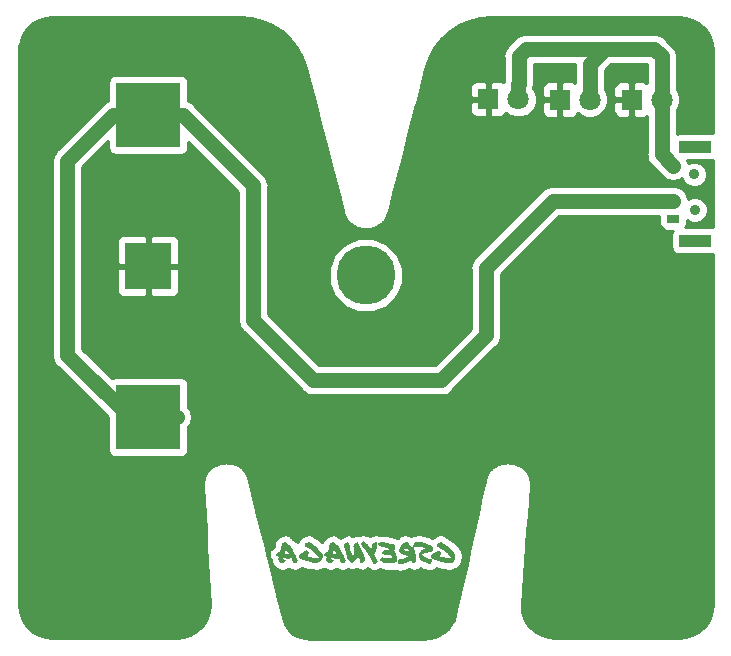
<source format=gbl>
G04 #@! TF.GenerationSoftware,KiCad,Pcbnew,5.0.2-bee76a0~70~ubuntu16.04.1*
G04 #@! TF.CreationDate,2019-01-04T08:40:48-07:00*
G04 #@! TF.ProjectId,MakerCozumel,4d616b65-7243-46f7-9a75-6d656c2e6b69,rev?*
G04 #@! TF.SameCoordinates,Original*
G04 #@! TF.FileFunction,Copper,L2,Bot*
G04 #@! TF.FilePolarity,Positive*
%FSLAX46Y46*%
G04 Gerber Fmt 4.6, Leading zero omitted, Abs format (unit mm)*
G04 Created by KiCad (PCBNEW 5.0.2-bee76a0~70~ubuntu16.04.1) date Fri 04 Jan 2019 08:40:48 MST*
%MOMM*%
%LPD*%
G01*
G04 APERTURE LIST*
G04 #@! TA.AperFunction,EtchedComponent*
%ADD10C,0.100000*%
G04 #@! TD*
G04 #@! TA.AperFunction,SMDPad,CuDef*
%ADD11R,4.000000X4.000000*%
G04 #@! TD*
G04 #@! TA.AperFunction,SMDPad,CuDef*
%ADD12R,5.500000X5.500000*%
G04 #@! TD*
G04 #@! TA.AperFunction,WasherPad*
%ADD13C,0.900000*%
G04 #@! TD*
G04 #@! TA.AperFunction,SMDPad,CuDef*
%ADD14R,2.800000X1.000000*%
G04 #@! TD*
G04 #@! TA.AperFunction,SMDPad,CuDef*
%ADD15R,1.000000X0.700000*%
G04 #@! TD*
G04 #@! TA.AperFunction,ComponentPad*
%ADD16R,1.800000X1.800000*%
G04 #@! TD*
G04 #@! TA.AperFunction,ComponentPad*
%ADD17C,1.800000*%
G04 #@! TD*
G04 #@! TA.AperFunction,BGAPad,CuDef*
%ADD18C,5.000000*%
G04 #@! TD*
G04 #@! TA.AperFunction,Conductor*
%ADD19C,1.270000*%
G04 #@! TD*
G04 #@! TA.AperFunction,Conductor*
%ADD20C,0.254000*%
G04 #@! TD*
G04 APERTURE END LIST*
D10*
G04 #@! TO.C,svg2mod*
G36*
X131042127Y-125069380D02*
X131890797Y-124561327D01*
X131732201Y-124549580D01*
X131570669Y-124523146D01*
X131614725Y-124341055D01*
X131664651Y-124150153D01*
X131682274Y-124179522D01*
X131796815Y-124317558D01*
X131887860Y-124461470D01*
X131923105Y-124514337D01*
X131955409Y-124567205D01*
X131923105Y-124564282D01*
X131890795Y-124561359D01*
X131890797Y-124561327D01*
X131042127Y-125069380D01*
X131094994Y-125172174D01*
X131174293Y-125263219D01*
X131274149Y-125327832D01*
X131391628Y-125357201D01*
X131444495Y-125336644D01*
X131470929Y-125319021D01*
X131488551Y-125310210D01*
X131500297Y-125301399D01*
X131535542Y-125286711D01*
X131523796Y-125248531D01*
X131526719Y-125213286D01*
X131561964Y-125175106D01*
X131579586Y-125157484D01*
X131594274Y-125139861D01*
X131644200Y-125084059D01*
X131564903Y-125063501D01*
X131467983Y-125010634D01*
X131447425Y-124901966D01*
X131547282Y-124899044D01*
X131626579Y-124919601D01*
X131735247Y-124946035D01*
X131852726Y-124954846D01*
X131896782Y-124954846D01*
X131940838Y-124949000D01*
X131970207Y-124943155D01*
X131981953Y-124907910D01*
X131993699Y-124896163D01*
X132026009Y-124857983D01*
X132031855Y-124793370D01*
X132049478Y-124740503D01*
X132075911Y-124813927D01*
X132087658Y-124843296D01*
X132117026Y-124849142D01*
X132125838Y-124863829D01*
X132128760Y-124878516D01*
X132143448Y-124928443D01*
X132155194Y-124940189D01*
X132166940Y-124949000D01*
X132181628Y-125001868D01*
X132199250Y-125051794D01*
X132225684Y-125128155D01*
X132231530Y-125198641D01*
X132243276Y-125230951D01*
X132275586Y-125260320D01*
X132310831Y-125277943D01*
X132328453Y-125289689D01*
X132343141Y-125295535D01*
X132351952Y-125327838D01*
X132387197Y-125333684D01*
X132434188Y-125342495D01*
X132463557Y-125345418D01*
X132492926Y-125342495D01*
X132542852Y-125301380D01*
X132583967Y-125269070D01*
X132613336Y-125216203D01*
X132619182Y-125183899D01*
X132625027Y-125154530D01*
X132633839Y-125136908D01*
X132672019Y-125101663D01*
X132639709Y-125075229D01*
X132636786Y-125025303D01*
X132513434Y-124737481D01*
X132375397Y-124455533D01*
X132331340Y-124361551D01*
X132284349Y-124267568D01*
X132287272Y-124247011D01*
X132281426Y-124220577D01*
X132228559Y-124132468D01*
X132187444Y-124050233D01*
X132140452Y-123953313D01*
X132075839Y-123856394D01*
X132028848Y-123835836D01*
X132008291Y-123829991D01*
X131981857Y-123824145D01*
X131937801Y-123829991D01*
X131793890Y-123724260D01*
X131667601Y-123556853D01*
X131638232Y-123515738D01*
X131600052Y-123539231D01*
X131558937Y-123556853D01*
X131503134Y-123571541D01*
X131403278Y-123597974D01*
X131326917Y-123642031D01*
X131306359Y-123712517D01*
X131297548Y-123759509D01*
X131282861Y-123859365D01*
X131271115Y-123970969D01*
X131247616Y-124070826D01*
X131227058Y-124167745D01*
X131197690Y-124305783D01*
X131159510Y-124429135D01*
X131130141Y-124432058D01*
X131100772Y-124423246D01*
X131062592Y-124417401D01*
X131030288Y-124414478D01*
X131018542Y-124443847D01*
X130989173Y-124473215D01*
X130933371Y-124490838D01*
X130901061Y-124517272D01*
X130877568Y-124534894D01*
X130833512Y-124552516D01*
X130857005Y-124596573D01*
X130942176Y-124699366D01*
X131062592Y-124778664D01*
X131059669Y-124813909D01*
X131050858Y-124846213D01*
X131036170Y-124949006D01*
X131036170Y-125057674D01*
X131042016Y-125069420D01*
X131042127Y-125069380D01*
X131042127Y-125069380D01*
G37*
G36*
X132743120Y-124787432D02*
X132928149Y-124984208D01*
X133180727Y-125098750D01*
X133471486Y-125178047D01*
X133762245Y-125269093D01*
X133835669Y-125272016D01*
X133894407Y-125280827D01*
X133947274Y-125289638D01*
X134006011Y-125295484D01*
X134020699Y-125301330D01*
X134029510Y-125313076D01*
X134120556Y-125321887D01*
X134185169Y-125321887D01*
X134258593Y-125330699D01*
X134323206Y-125339510D01*
X134669767Y-125183851D01*
X134807804Y-124778551D01*
X134813650Y-124760928D01*
X134825396Y-124752117D01*
X134819551Y-124702191D01*
X134816628Y-124649323D01*
X134643347Y-124349754D01*
X134411328Y-124103049D01*
X134376083Y-124067804D01*
X134349649Y-124032559D01*
X134317345Y-124003190D01*
X134273289Y-123982633D01*
X134126441Y-123853407D01*
X133947287Y-123741802D01*
X133762258Y-123633135D01*
X133591915Y-123509782D01*
X133544924Y-123518593D01*
X133512620Y-123518593D01*
X133456817Y-123580269D01*
X133383394Y-123618449D01*
X133312907Y-123662505D01*
X133262981Y-123732992D01*
X133280603Y-123747680D01*
X133271792Y-123774113D01*
X133268869Y-123800547D01*
X133289426Y-123812293D01*
X133271804Y-123829916D01*
X133254181Y-123844603D01*
X133262993Y-123868096D01*
X133262993Y-123897465D01*
X133395156Y-123970888D01*
X133544940Y-124047250D01*
X133706473Y-124132421D01*
X133868006Y-124235214D01*
X134029538Y-124367378D01*
X134188134Y-124517163D01*
X134332045Y-124681632D01*
X134446586Y-124846102D01*
X134434840Y-124869594D01*
X134420152Y-124890152D01*
X134246872Y-124890152D01*
X134082403Y-124898963D01*
X134070656Y-124881341D01*
X134055975Y-124863718D01*
X133744657Y-124810851D01*
X133450961Y-124731553D01*
X133495018Y-124716865D01*
X133530262Y-124702184D01*
X133530262Y-124678691D01*
X133500894Y-124655193D01*
X133568444Y-124596455D01*
X133597812Y-124502472D01*
X133580190Y-124467227D01*
X133597812Y-124434917D01*
X133612494Y-124434917D01*
X133618340Y-124443728D01*
X133621262Y-124455475D01*
X133635950Y-124452552D01*
X133624204Y-124408496D01*
X133606581Y-124367381D01*
X133403931Y-124232281D01*
X133324633Y-124285148D01*
X133227714Y-124340951D01*
X133121983Y-124396753D01*
X133019189Y-124449620D01*
X132945766Y-124496612D01*
X132884089Y-124558288D01*
X132825352Y-124617025D01*
X132751927Y-124666952D01*
X132749005Y-124728628D01*
X132743159Y-124787366D01*
X132743120Y-124787432D01*
X132743120Y-124787432D01*
G37*
G36*
X135098150Y-125069380D02*
X135946831Y-124561327D01*
X135788235Y-124549580D01*
X135626702Y-124523146D01*
X135670758Y-124341055D01*
X135720685Y-124150153D01*
X135738307Y-124179522D01*
X135852848Y-124317558D01*
X135943894Y-124461470D01*
X135979139Y-124514337D01*
X136011449Y-124567205D01*
X135979139Y-124564282D01*
X135946835Y-124561359D01*
X135946831Y-124561327D01*
X135098150Y-125069380D01*
X135151017Y-125172174D01*
X135230315Y-125263219D01*
X135330172Y-125327832D01*
X135447650Y-125357201D01*
X135500517Y-125336644D01*
X135526951Y-125319021D01*
X135544574Y-125310210D01*
X135556320Y-125301399D01*
X135591565Y-125286711D01*
X135579819Y-125248531D01*
X135582741Y-125213286D01*
X135617986Y-125175106D01*
X135635609Y-125157484D01*
X135650296Y-125139861D01*
X135700223Y-125084059D01*
X135620925Y-125063501D01*
X135524005Y-125010634D01*
X135503448Y-124901966D01*
X135603304Y-124899044D01*
X135682603Y-124919601D01*
X135791270Y-124946035D01*
X135908748Y-124954846D01*
X135952804Y-124954846D01*
X135996861Y-124949000D01*
X136026229Y-124943155D01*
X136037976Y-124907910D01*
X136049722Y-124896163D01*
X136082032Y-124857983D01*
X136087878Y-124793370D01*
X136105500Y-124740503D01*
X136131934Y-124813927D01*
X136143680Y-124843296D01*
X136173049Y-124849142D01*
X136181860Y-124863829D01*
X136184783Y-124878516D01*
X136199470Y-124928443D01*
X136211217Y-124940189D01*
X136222963Y-124949000D01*
X136237650Y-125001868D01*
X136255273Y-125051794D01*
X136281707Y-125128155D01*
X136287552Y-125198641D01*
X136299299Y-125230951D01*
X136331602Y-125260320D01*
X136366847Y-125277943D01*
X136384470Y-125289689D01*
X136399157Y-125295535D01*
X136407968Y-125327838D01*
X136443213Y-125333684D01*
X136490205Y-125342495D01*
X136519573Y-125345418D01*
X136548942Y-125342495D01*
X136598868Y-125301380D01*
X136639984Y-125269070D01*
X136669352Y-125216203D01*
X136675198Y-125183899D01*
X136681044Y-125154530D01*
X136689855Y-125136908D01*
X136728035Y-125101663D01*
X136695731Y-125075229D01*
X136692808Y-125025303D01*
X136569456Y-124737481D01*
X136431419Y-124455533D01*
X136387363Y-124361551D01*
X136340372Y-124267568D01*
X136343294Y-124247011D01*
X136337449Y-124220577D01*
X136284581Y-124132468D01*
X136243466Y-124050233D01*
X136196475Y-123953313D01*
X136131862Y-123856394D01*
X136084871Y-123835836D01*
X136064313Y-123829991D01*
X136037879Y-123824145D01*
X135993823Y-123829991D01*
X135849912Y-123724260D01*
X135723623Y-123556853D01*
X135694254Y-123515738D01*
X135656074Y-123539231D01*
X135614959Y-123556853D01*
X135559156Y-123571541D01*
X135459300Y-123597974D01*
X135382939Y-123642031D01*
X135362381Y-123712517D01*
X135353570Y-123759509D01*
X135338883Y-123859365D01*
X135327136Y-123970969D01*
X135303644Y-124070826D01*
X135283086Y-124167745D01*
X135253718Y-124305783D01*
X135215538Y-124429135D01*
X135186169Y-124432058D01*
X135156800Y-124423246D01*
X135118620Y-124417401D01*
X135086310Y-124414478D01*
X135074564Y-124443847D01*
X135045195Y-124473215D01*
X134989393Y-124490838D01*
X134957089Y-124517272D01*
X134933590Y-124534894D01*
X134889534Y-124552516D01*
X134913033Y-124596573D01*
X134998204Y-124699366D01*
X135118619Y-124778664D01*
X135115697Y-124813909D01*
X135106885Y-124846213D01*
X135092204Y-124949006D01*
X135092204Y-125057674D01*
X135098050Y-125069420D01*
X135098150Y-125069380D01*
X135098150Y-125069380D01*
G37*
G36*
X137747286Y-124781558D02*
X137785466Y-124813868D01*
X137808958Y-124863794D01*
X137829516Y-124913721D01*
X137858885Y-124934278D01*
X137876507Y-124975393D01*
X137900006Y-125013573D01*
X137917628Y-125054688D01*
X137911783Y-125104615D01*
X137941151Y-125154541D01*
X137955839Y-125216217D01*
X137979331Y-125266143D01*
X138043944Y-125283766D01*
X138046867Y-125298453D01*
X138038056Y-125319011D01*
X138087982Y-125321934D01*
X138126162Y-125336615D01*
X138220145Y-125274939D01*
X138284758Y-125178019D01*
X138334684Y-125066415D01*
X138375799Y-124969496D01*
X138372876Y-124907819D01*
X138393434Y-124854952D01*
X138357044Y-124777948D01*
X138319826Y-124699661D01*
X138281786Y-124620087D01*
X138242918Y-124539229D01*
X138203222Y-124457086D01*
X138162704Y-124373658D01*
X138121357Y-124288945D01*
X138079183Y-124202947D01*
X138036874Y-124116445D01*
X137995114Y-124030217D01*
X137953901Y-123944265D01*
X137913243Y-123858589D01*
X137873132Y-123773188D01*
X137833576Y-123688062D01*
X137794568Y-123603211D01*
X137756114Y-123518636D01*
X137623951Y-123580312D01*
X137503535Y-123656673D01*
X137409553Y-123759467D01*
X137359627Y-123885755D01*
X137374314Y-123900443D01*
X137386060Y-123903366D01*
X137374314Y-123923923D01*
X137374314Y-123935670D01*
X137374314Y-123953292D01*
X137365503Y-123979726D01*
X137383125Y-123982649D01*
X137400748Y-123982649D01*
X137394902Y-124035516D01*
X137406648Y-124073696D01*
X137421336Y-124108941D01*
X137418413Y-124155932D01*
X137433100Y-124161778D01*
X137438946Y-124170589D01*
X137447757Y-124179400D01*
X137459504Y-124179400D01*
X137453658Y-124308627D01*
X137459504Y-124440790D01*
X137456581Y-124578827D01*
X137436023Y-124725675D01*
X137268617Y-124567078D01*
X137165823Y-124349744D01*
X137104147Y-124091292D01*
X137060091Y-123809344D01*
X137018976Y-123744731D01*
X136992542Y-123665432D01*
X136969049Y-123580261D01*
X136939681Y-123500963D01*
X136866256Y-123530332D01*
X136807519Y-123577323D01*
X136751716Y-123624314D01*
X136678293Y-123650748D01*
X136613680Y-123747667D01*
X136575500Y-123847524D01*
X136598992Y-123900392D01*
X136613680Y-123959129D01*
X136637172Y-124014932D01*
X136678287Y-124056047D01*
X136701780Y-124197021D01*
X136728213Y-124320373D01*
X136748771Y-124449599D01*
X136754617Y-124593510D01*
X136804543Y-124737421D01*
X136845658Y-124875458D01*
X136919082Y-124966504D01*
X136974885Y-125072234D01*
X136989572Y-125078080D01*
X137010130Y-125069269D01*
X137010130Y-125086891D01*
X137018941Y-125098637D01*
X137024787Y-125110384D01*
X137018941Y-125133882D01*
X137092365Y-125183809D01*
X137162852Y-125242546D01*
X137250961Y-125277791D01*
X137383124Y-125257233D01*
X137597522Y-125054584D01*
X137747307Y-124781446D01*
X137747286Y-124781558D01*
X137747286Y-124781558D01*
G37*
G36*
X138613688Y-124546602D02*
X138648933Y-124590658D01*
X138678302Y-124640584D01*
X138710606Y-124702261D01*
X138754662Y-124755128D01*
X138784031Y-124825615D01*
X138831022Y-124881417D01*
X138969059Y-125136932D01*
X138986681Y-125189800D01*
X139013115Y-125236791D01*
X139024861Y-125257349D01*
X139033672Y-125272036D01*
X139039518Y-125301405D01*
X139071828Y-125342520D01*
X139104132Y-125374824D01*
X139124689Y-125398316D01*
X139168746Y-125415939D01*
X139430135Y-125186856D01*
X139427212Y-125157487D01*
X139418401Y-125128119D01*
X139406655Y-125092874D01*
X139380221Y-125010639D01*
X139330295Y-124937215D01*
X139303861Y-124872602D01*
X139233374Y-124734565D01*
X139168761Y-124622961D01*
X139130581Y-124558348D01*
X139201068Y-124473176D01*
X139268618Y-124332202D01*
X139309733Y-124211786D01*
X139318545Y-124147173D01*
X139330291Y-124091371D01*
X139344978Y-124026758D01*
X139350824Y-123959208D01*
X139368447Y-123918093D01*
X139362601Y-123888724D01*
X139359678Y-123835857D01*
X139374365Y-123765370D01*
X139389053Y-123700757D01*
X139391976Y-123630270D01*
X139374353Y-123565657D01*
X139318551Y-123509854D01*
X139268624Y-123506931D01*
X139218698Y-123536300D01*
X139168772Y-123562734D01*
X139107096Y-123592102D01*
X139045420Y-123630282D01*
X139024862Y-123671398D01*
X138986682Y-123703701D01*
X138986682Y-123736011D01*
X138983760Y-123768315D01*
X138972013Y-123815306D01*
X138960267Y-123850551D01*
X138951456Y-123929849D01*
X138933833Y-123997399D01*
X138916211Y-124064949D01*
X138913288Y-124141310D01*
X138883919Y-124120752D01*
X138872173Y-124111941D01*
X138860427Y-124103130D01*
X138687146Y-123868174D01*
X138692992Y-123838805D01*
X138631316Y-123780067D01*
X138587260Y-123736011D01*
X138549080Y-123691955D01*
X138516770Y-123668456D01*
X138249507Y-123486365D01*
X138208392Y-123480519D01*
X138196646Y-123518699D01*
X138149654Y-123577437D01*
X138070356Y-123627363D01*
X138043923Y-123644986D01*
X138029235Y-123689042D01*
X138032158Y-123715476D01*
X138020412Y-123744844D01*
X138079149Y-123847638D01*
X138143762Y-123906376D01*
X138193689Y-123950432D01*
X138225992Y-123997423D01*
X138246550Y-124020922D01*
X138325848Y-124114904D01*
X138334659Y-124150149D01*
X138369904Y-124150149D01*
X138384592Y-124161895D01*
X138413960Y-124211822D01*
X138443329Y-124250002D01*
X138458017Y-124264689D01*
X138466828Y-124288182D01*
X138475639Y-124311674D01*
X138522630Y-124370412D01*
X138543188Y-124411527D01*
X138566680Y-124458518D01*
X138598984Y-124502574D01*
X138613672Y-124546631D01*
X138613688Y-124546602D01*
X138613688Y-124546602D01*
G37*
G36*
X139483027Y-123662577D02*
X139483027Y-123694887D01*
X139485950Y-123712510D01*
X139485950Y-123733067D01*
X139480104Y-123762436D01*
X139624015Y-123900473D01*
X139797296Y-123953340D01*
X139991135Y-123985650D01*
X140184974Y-124062011D01*
X140255461Y-124062011D01*
X140343570Y-124070822D01*
X140387626Y-124097256D01*
X140440494Y-124111943D01*
X140431682Y-124167745D01*
X140422871Y-124211802D01*
X140196725Y-124208879D01*
X139950021Y-124194191D01*
X139952943Y-124214749D01*
X139955866Y-124229436D01*
X139914751Y-124267616D01*
X139873636Y-124308731D01*
X139832521Y-124343976D01*
X139779654Y-124352788D01*
X139764966Y-124405655D01*
X139770812Y-124461457D01*
X139864794Y-124529007D01*
X139964651Y-124587745D01*
X140073319Y-124631801D01*
X140199608Y-124643547D01*
X140223101Y-124643547D01*
X140240723Y-124634736D01*
X140308274Y-124643547D01*
X140372886Y-124652359D01*
X140452184Y-124640612D01*
X140531482Y-124628866D01*
X140616654Y-124761029D01*
X140684204Y-124910814D01*
X140519734Y-124922560D01*
X140393445Y-124913749D01*
X140273030Y-124899068D01*
X140117371Y-124893222D01*
X139979334Y-124852107D01*
X139829550Y-124816862D01*
X139788434Y-124849166D01*
X139756125Y-124890281D01*
X139720880Y-124922591D01*
X139676823Y-124934337D01*
X139662136Y-124963706D01*
X139653325Y-124993075D01*
X139644514Y-125019508D01*
X139618080Y-125025354D01*
X139720874Y-125175139D01*
X139850100Y-125251500D01*
X140014569Y-125292615D01*
X140211345Y-125327860D01*
X140255401Y-125324938D01*
X140296517Y-125319092D01*
X140458049Y-125345525D01*
X140648951Y-125354337D01*
X140833980Y-125327903D01*
X140977891Y-125251542D01*
X141010201Y-125204551D01*
X141048381Y-125160495D01*
X141060127Y-125075324D01*
X141077749Y-124978404D01*
X141092431Y-124875610D01*
X141086585Y-124784564D01*
X141051340Y-124705267D01*
X141030783Y-124628906D01*
X141013160Y-124614224D01*
X140989667Y-124602478D01*
X140951487Y-124502621D01*
X140910372Y-124411576D01*
X140866316Y-124323467D01*
X140822260Y-124220674D01*
X140883936Y-124138439D01*
X140910370Y-124047393D01*
X140925057Y-123953410D01*
X140945615Y-123853554D01*
X140875127Y-123783067D01*
X140781145Y-123736076D01*
X140672478Y-123706707D01*
X140549126Y-123680273D01*
X140340601Y-123621536D01*
X140158510Y-123589232D01*
X139970545Y-123562798D01*
X139750273Y-123527553D01*
X139700346Y-123553987D01*
X139673913Y-123539300D01*
X139659225Y-123521677D01*
X139585802Y-123606849D01*
X139483008Y-123662651D01*
X139483027Y-123662577D01*
X139483027Y-123662577D01*
G37*
G36*
X142276075Y-125010641D02*
X142111602Y-124367475D01*
X141897204Y-124311673D01*
X141685743Y-124223564D01*
X141750356Y-124076716D01*
X141856087Y-124003292D01*
X141856089Y-124003293D01*
X141929513Y-124088464D01*
X142005874Y-124167762D01*
X142070487Y-124255871D01*
X142111602Y-124367475D01*
X142276075Y-125010641D01*
X142334812Y-125189796D01*
X142408237Y-125313147D01*
X142461104Y-125321959D01*
X142493414Y-125348392D01*
X142531594Y-125348392D01*
X142552152Y-125333705D01*
X142575650Y-125319017D01*
X142613830Y-125313172D01*
X142628518Y-125269116D01*
X142666698Y-125254428D01*
X142663775Y-125216248D01*
X142672586Y-125186879D01*
X142678432Y-125160446D01*
X142675509Y-125125201D01*
X142699001Y-125104643D01*
X142719559Y-125063528D01*
X142701937Y-124963672D01*
X142681379Y-124875563D01*
X142657886Y-124793328D01*
X142666698Y-124708156D01*
X142649075Y-124705233D01*
X142640264Y-124669988D01*
X142637341Y-124625932D01*
X142640264Y-124587752D01*
X142593273Y-124432094D01*
X142558028Y-124270561D01*
X142522783Y-124114902D01*
X142475792Y-123973928D01*
X142405305Y-123982739D01*
X142355378Y-124015043D01*
X142220278Y-123874069D01*
X142099863Y-123709599D01*
X141964763Y-123568626D01*
X141773861Y-123495202D01*
X141644635Y-123586248D01*
X141524219Y-123703726D01*
X141486039Y-123730159D01*
X141444924Y-123756593D01*
X141444924Y-123791838D01*
X141389122Y-123868199D01*
X141348007Y-123959245D01*
X141312762Y-124056164D01*
X141271647Y-124147210D01*
X141277492Y-124173644D01*
X141274569Y-124194201D01*
X141265758Y-124217700D01*
X141265758Y-124250004D01*
X141350930Y-124458527D01*
X141530084Y-124590691D01*
X141756230Y-124675862D01*
X141973565Y-124752223D01*
X141964754Y-124763970D01*
X141955942Y-124778657D01*
X141844338Y-124849144D01*
X141767978Y-124893200D01*
X141688679Y-124925510D01*
X141568264Y-124954879D01*
X141450786Y-124984248D01*
X141371488Y-125001870D01*
X141301001Y-125013616D01*
X141195270Y-125022428D01*
X141151214Y-125087041D01*
X141124780Y-125160465D01*
X141121857Y-125230952D01*
X141142415Y-125283819D01*
X141130669Y-125292631D01*
X141107170Y-125292631D01*
X141136539Y-125321999D01*
X141160031Y-125357244D01*
X141186465Y-125386613D01*
X141227580Y-125404236D01*
X141456663Y-125407158D01*
X141806161Y-125295554D01*
X141979441Y-125225067D01*
X142093982Y-125163391D01*
X142182091Y-125095841D01*
X142276074Y-125010669D01*
X142276075Y-125010641D01*
X142276075Y-125010641D01*
G37*
G36*
X144102863Y-123994453D02*
X144038249Y-123888723D01*
X143938393Y-123815299D01*
X143823851Y-123762432D01*
X143712247Y-123727187D01*
X143462606Y-123633204D01*
X143189468Y-123550969D01*
X142901647Y-123506913D01*
X142593266Y-123542158D01*
X142566832Y-123597960D01*
X142531587Y-123650828D01*
X142496342Y-123703695D01*
X142478720Y-123753622D01*
X142431729Y-123812359D01*
X142425883Y-123891657D01*
X142484620Y-123935713D01*
X142543358Y-123968017D01*
X142763630Y-123950395D01*
X142963343Y-123965082D01*
X143027956Y-123938648D01*
X143104317Y-123950395D01*
X143183615Y-123973887D01*
X143257038Y-123979733D01*
X143330463Y-124012037D01*
X143421508Y-124023783D01*
X143415663Y-124044341D01*
X143412740Y-124061963D01*
X143368684Y-124091332D01*
X143309946Y-124108954D01*
X143254144Y-124132447D01*
X143221840Y-124173562D01*
X143145479Y-124194120D01*
X143092611Y-124244046D01*
X143063242Y-124308659D01*
X143051496Y-124367396D01*
X143030939Y-124387954D01*
X143004505Y-124399700D01*
X142960449Y-124478998D01*
X142904646Y-124564170D01*
X142895835Y-124696333D01*
X142916392Y-124810875D01*
X143039745Y-125004713D01*
X143215962Y-125157435D01*
X143424486Y-125269039D01*
X143641821Y-125348338D01*
X143665320Y-125348338D01*
X143671165Y-125333650D01*
X143724033Y-125360084D01*
X143782770Y-125363007D01*
X143850320Y-125360084D01*
X143911997Y-125363007D01*
X143950177Y-125321892D01*
X143973669Y-125274900D01*
X143988357Y-125260213D01*
X143997168Y-125245526D01*
X143982480Y-125213222D01*
X143991292Y-125204411D01*
X144003038Y-125198565D01*
X144005961Y-125183883D01*
X143997150Y-125131016D01*
X144002995Y-125066403D01*
X144000072Y-125004727D01*
X143956016Y-124957735D01*
X143768051Y-124951890D01*
X143597708Y-124896087D01*
X143447923Y-124819727D01*
X143304012Y-124746303D01*
X143280513Y-124702247D01*
X143245268Y-124669937D01*
X143212958Y-124637633D01*
X143192401Y-124593577D01*
X143204147Y-124570078D01*
X143215894Y-124546585D01*
X143248197Y-124537774D01*
X143374487Y-124484907D01*
X143494902Y-124434981D01*
X143556578Y-124443792D01*
X143627065Y-124426169D01*
X143820904Y-124405612D01*
X143997122Y-124352744D01*
X144011809Y-124326311D01*
X144044113Y-124320465D01*
X144079358Y-124276409D01*
X144111662Y-124226482D01*
X144102850Y-124167745D01*
X144120473Y-124117819D01*
X144102850Y-124056142D01*
X144102850Y-123994466D01*
X144102863Y-123994453D01*
X144102863Y-123994453D01*
G37*
G36*
X143944267Y-124787432D02*
X144025768Y-124899771D01*
X144129295Y-124984208D01*
X144249711Y-125046619D01*
X144381874Y-125098749D01*
X144523582Y-125140601D01*
X144672632Y-125178044D01*
X144820214Y-125218429D01*
X144963391Y-125269092D01*
X145002302Y-125269823D01*
X145036810Y-125272015D01*
X145066179Y-125275668D01*
X145095547Y-125280844D01*
X145121981Y-125284498D01*
X145148415Y-125289674D01*
X145176316Y-125292597D01*
X145207152Y-125295519D01*
X145216700Y-125295519D01*
X145221815Y-125301365D01*
X145225469Y-125307211D01*
X145230645Y-125313118D01*
X145278373Y-125319724D01*
X145300587Y-125321369D01*
X145321699Y-125321919D01*
X145337853Y-125321919D01*
X145354008Y-125321919D01*
X145370163Y-125321919D01*
X145386318Y-125321919D01*
X145404123Y-125322470D01*
X145422294Y-125324114D01*
X145440836Y-125326854D01*
X145459743Y-125330690D01*
X145477000Y-125335622D01*
X145493521Y-125338728D01*
X145509304Y-125340007D01*
X145524357Y-125339457D01*
X145628619Y-125325324D01*
X145721133Y-125294670D01*
X145801899Y-125247496D01*
X145870918Y-125183800D01*
X145925801Y-125103401D01*
X145967099Y-125009051D01*
X145994817Y-124900750D01*
X146008951Y-124778499D01*
X146008220Y-124771893D01*
X146008951Y-124766778D01*
X146011143Y-124763124D01*
X146014796Y-124760932D01*
X146017719Y-124759288D01*
X146020642Y-124757278D01*
X146023565Y-124754903D01*
X146026488Y-124752163D01*
X146026123Y-124738030D01*
X146025027Y-124724999D01*
X146023200Y-124713070D01*
X146020642Y-124702243D01*
X146017171Y-124691227D01*
X146015527Y-124678744D01*
X146015715Y-124664794D01*
X146017725Y-124649376D01*
X145978260Y-124570078D01*
X145936225Y-124493717D01*
X145891621Y-124420293D01*
X145844447Y-124349806D01*
X145793602Y-124281522D01*
X145737982Y-124217643D01*
X145677588Y-124158169D01*
X145612424Y-124103103D01*
X145602511Y-124094292D01*
X145593334Y-124085481D01*
X145584888Y-124076669D01*
X145577179Y-124067858D01*
X145570018Y-124059047D01*
X145563223Y-124050236D01*
X145556798Y-124041424D01*
X145550770Y-124032613D01*
X145543244Y-124024167D01*
X145535352Y-124016458D01*
X145518466Y-124003244D01*
X145498639Y-123990761D01*
X145474410Y-123982687D01*
X145406860Y-123915137D01*
X145327562Y-123853461D01*
X145240188Y-123796191D01*
X145148408Y-123741856D01*
X145055159Y-123686790D01*
X144963379Y-123633192D01*
X144873802Y-123574454D01*
X144793036Y-123509841D01*
X144765135Y-123519389D01*
X144746045Y-123518659D01*
X144730626Y-123515736D01*
X144713741Y-123518659D01*
X144689511Y-123556108D01*
X144657938Y-123580337D01*
X144620489Y-123598690D01*
X144584513Y-123618517D01*
X144547801Y-123638344D01*
X144514023Y-123662573D01*
X144485385Y-123693410D01*
X144464097Y-123733057D01*
X144477317Y-123736711D01*
X144481701Y-123747726D01*
X144478048Y-123760210D01*
X144472872Y-123774160D01*
X144469218Y-123786643D01*
X144469949Y-123800594D01*
X144475064Y-123809405D01*
X144490482Y-123812328D01*
X144484636Y-123824074D01*
X144472878Y-123829920D01*
X144459664Y-123833574D01*
X144455280Y-123844589D01*
X144457472Y-123857803D01*
X144464079Y-123868082D01*
X144467002Y-123879828D01*
X144464079Y-123897451D01*
X144526488Y-123934894D01*
X144596242Y-123970869D01*
X144668931Y-124007582D01*
X144746026Y-124047229D01*
X144824590Y-124087614D01*
X144907559Y-124132401D01*
X144989060Y-124180129D01*
X145069092Y-124235194D01*
X145149124Y-124297604D01*
X145230624Y-124367357D01*
X145311391Y-124440047D01*
X145350673Y-124478045D01*
X145389219Y-124517144D01*
X145426851Y-124557157D01*
X145463380Y-124597907D01*
X145498808Y-124639393D01*
X145533134Y-124681611D01*
X145565626Y-124722726D01*
X145595549Y-124763841D01*
X145622896Y-124804956D01*
X145647674Y-124846071D01*
X145644751Y-124853049D01*
X145641828Y-124859291D01*
X145638905Y-124864771D01*
X145635982Y-124869521D01*
X145631780Y-124872992D01*
X145627944Y-124877559D01*
X145624473Y-124883222D01*
X145621368Y-124890023D01*
X145575296Y-124892216D01*
X145531057Y-124892946D01*
X145488657Y-124892216D01*
X145448090Y-124890023D01*
X145406975Y-124887283D01*
X145365860Y-124887834D01*
X145324745Y-124891670D01*
X145283630Y-124898831D01*
X145279611Y-124895543D01*
X145276323Y-124891524D01*
X145273765Y-124886774D01*
X145271938Y-124881233D01*
X145269929Y-124875753D01*
X145266823Y-124871003D01*
X145262622Y-124866984D01*
X145257263Y-124863696D01*
X145095730Y-124841665D01*
X144945945Y-124810822D01*
X144800566Y-124771905D01*
X144652250Y-124731521D01*
X144675011Y-124723440D01*
X144696306Y-124716834D01*
X144713928Y-124708759D01*
X144731551Y-124702152D01*
X144738894Y-124688938D01*
X144731551Y-124678666D01*
X144715396Y-124666919D01*
X144702182Y-124655167D01*
X144739625Y-124628739D01*
X144769731Y-124596430D01*
X144788821Y-124555308D01*
X144799100Y-124502441D01*
X144785886Y-124486286D01*
X144781501Y-124467196D01*
X144785886Y-124448837D01*
X144799100Y-124434886D01*
X144808648Y-124433425D01*
X144813763Y-124434886D01*
X144816685Y-124438540D01*
X144819608Y-124443716D01*
X144820339Y-124449561D01*
X144822531Y-124455468D01*
X144827646Y-124456199D01*
X144837200Y-124452545D01*
X144832816Y-124428316D01*
X144825466Y-124408489D01*
X144815187Y-124389399D01*
X144807844Y-124367374D01*
X144706519Y-124299824D01*
X144605194Y-124232274D01*
X144569212Y-124257234D01*
X144525893Y-124285141D01*
X144478165Y-124312306D01*
X144428969Y-124340944D01*
X144376102Y-124368108D01*
X144323240Y-124396746D01*
X144269642Y-124423180D01*
X144220447Y-124449614D01*
X144181536Y-124470171D01*
X144147028Y-124496605D01*
X144115455Y-124526711D01*
X144085349Y-124558284D01*
X144055980Y-124587652D01*
X144026612Y-124617021D01*
X143992103Y-124644186D01*
X143953193Y-124666947D01*
X143955385Y-124701456D01*
X143950270Y-124728620D01*
X143944424Y-124755048D01*
X143944445Y-124787358D01*
X143944426Y-124787391D01*
X143944267Y-124787432D01*
X143944267Y-124787432D01*
G37*
G04 #@! TD*
D11*
G04 #@! TO.P,BT1,2*
G04 #@! TO.N,GND*
X120015000Y-100177600D03*
D12*
G04 #@! TO.P,BT1,1*
G04 #@! TO.N,Net-(BT1-Pad1)*
X120015000Y-87377600D03*
X120015000Y-112977600D03*
G04 #@! TD*
D13*
G04 #@! TO.P,SW1,*
G04 #@! TO.N,*
X166290000Y-95420000D03*
X166240000Y-92420000D03*
D14*
G04 #@! TO.P,SW1,NC*
G04 #@! TO.N,N/C*
X166340000Y-98020000D03*
D15*
G04 #@! TO.P,SW1,2*
G04 #@! TO.N,Net-(BT1-Pad1)*
X164440000Y-94670000D03*
G04 #@! TO.P,SW1,3*
G04 #@! TO.N,N/C*
X164440000Y-96170000D03*
G04 #@! TO.P,SW1,1*
G04 #@! TO.N,Net-(D1-Pad2)*
X164440000Y-91670000D03*
D14*
G04 #@! TO.P,SW1,NC*
G04 #@! TO.N,N/C*
X166340000Y-90070000D03*
G04 #@! TD*
D16*
G04 #@! TO.P,D1,1*
G04 #@! TO.N,GND*
X148818600Y-86055200D03*
D17*
G04 #@! TO.P,D1,2*
G04 #@! TO.N,Net-(D1-Pad2)*
X151358600Y-86055200D03*
G04 #@! TD*
G04 #@! TO.P,D2,2*
G04 #@! TO.N,Net-(D1-Pad2)*
X157403800Y-86080600D03*
D16*
G04 #@! TO.P,D2,1*
G04 #@! TO.N,GND*
X154863800Y-86080600D03*
G04 #@! TD*
G04 #@! TO.P,D3,1*
G04 #@! TO.N,GND*
X160934400Y-86080600D03*
D17*
G04 #@! TO.P,D3,2*
G04 #@! TO.N,Net-(D1-Pad2)*
X163474400Y-86080600D03*
G04 #@! TD*
D18*
G04 #@! TO.P,REF\002A\002A,1*
G04 #@! TO.N,N/C*
X138430000Y-100965000D03*
G04 #@! TD*
D19*
G04 #@! TO.N,Net-(BT1-Pad1)*
X154250000Y-94670000D02*
X164440000Y-94670000D01*
X113157000Y-107701200D02*
X113157000Y-91287600D01*
X113157000Y-91287600D02*
X117067000Y-87377600D01*
X118433400Y-112977600D02*
X113157000Y-107701200D01*
X122453400Y-112977600D02*
X118433400Y-112977600D01*
X117067000Y-87377600D02*
X122937600Y-87377600D01*
X122937600Y-87377600D02*
X128905000Y-93345000D01*
X128905000Y-93345000D02*
X128905000Y-104775000D01*
X128905000Y-104775000D02*
X133985000Y-109855000D01*
X133985000Y-109855000D02*
X144780000Y-109855000D01*
X148590000Y-100330000D02*
X154250000Y-94670000D01*
X148590000Y-106045000D02*
X148590000Y-100330000D01*
X144780000Y-109855000D02*
X148590000Y-106045000D01*
G04 #@! TO.N,Net-(D1-Pad2)*
X163474400Y-90704400D02*
X163474400Y-86080600D01*
X164440000Y-91670000D02*
X163474400Y-90704400D01*
X163474400Y-86080600D02*
X163474400Y-82423000D01*
X163474400Y-82423000D02*
X162864800Y-81813400D01*
X162864800Y-81813400D02*
X158648400Y-81813400D01*
X157403800Y-84807808D02*
X157429200Y-84782408D01*
X157403800Y-86080600D02*
X157403800Y-84807808D01*
X157429200Y-83032600D02*
X158648400Y-81813400D01*
X157429200Y-84782408D02*
X157429200Y-83032600D01*
X151358600Y-84782408D02*
X151384000Y-84757008D01*
X151358600Y-86055200D02*
X151358600Y-84782408D01*
X151384000Y-84757008D02*
X151384000Y-82397600D01*
X151968200Y-81813400D02*
X158648400Y-81813400D01*
X151384000Y-82397600D02*
X151968200Y-81813400D01*
G04 #@! TD*
D20*
G04 #@! TO.N,GND*
G36*
X128754040Y-79166365D02*
X129669945Y-79404857D01*
X130526009Y-79787189D01*
X131307974Y-80301085D01*
X132000707Y-80933721D01*
X132588956Y-81671749D01*
X133057823Y-82501668D01*
X133401015Y-83432423D01*
X133798155Y-84987185D01*
X133798156Y-84987187D01*
X134186400Y-86507120D01*
X134574644Y-88027055D01*
X134574645Y-88027057D01*
X134962889Y-89546990D01*
X134962890Y-89546992D01*
X135313731Y-90920506D01*
X135739375Y-92586860D01*
X135739376Y-92586862D01*
X136127620Y-94106795D01*
X136127621Y-94106797D01*
X136486152Y-95510406D01*
X136490308Y-95541187D01*
X136504808Y-95583443D01*
X136515865Y-95626729D01*
X136529276Y-95654746D01*
X136606080Y-95878567D01*
X136629802Y-95948645D01*
X136630607Y-95950043D01*
X136631128Y-95951560D01*
X136668176Y-96015242D01*
X136715562Y-96097478D01*
X136716198Y-96101944D01*
X136791651Y-96229525D01*
X136827222Y-96291258D01*
X136830112Y-96294559D01*
X136832345Y-96298335D01*
X136879874Y-96351399D01*
X136929564Y-96408156D01*
X136930130Y-96409719D01*
X136949283Y-96430681D01*
X136977516Y-96462929D01*
X136979765Y-96464041D01*
X137030473Y-96519535D01*
X137078374Y-96573015D01*
X137081447Y-96575322D01*
X137084038Y-96578158D01*
X137141867Y-96620686D01*
X137260835Y-96710008D01*
X137264662Y-96710991D01*
X137303946Y-96739881D01*
X137362025Y-96783304D01*
X137364787Y-96784623D01*
X137367249Y-96786434D01*
X137432861Y-96817142D01*
X137588808Y-96891639D01*
X137643881Y-96920362D01*
X137656908Y-96924170D01*
X137669146Y-96930016D01*
X137729295Y-96945330D01*
X137865922Y-96985268D01*
X137913832Y-97002671D01*
X137938271Y-97006417D01*
X137962014Y-97013357D01*
X138012811Y-97017841D01*
X138122690Y-97034681D01*
X138162379Y-97044495D01*
X138197193Y-97046100D01*
X138231646Y-97051380D01*
X138272492Y-97049570D01*
X138354706Y-97053360D01*
X138389845Y-97058681D01*
X138430001Y-97056830D01*
X138470157Y-97058681D01*
X138505296Y-97053360D01*
X138587509Y-97049570D01*
X138628354Y-97051380D01*
X138662807Y-97046100D01*
X138697622Y-97044495D01*
X138737312Y-97034681D01*
X138847190Y-97017841D01*
X138897986Y-97013357D01*
X138921728Y-97006417D01*
X138946169Y-97002671D01*
X138994083Y-96985266D01*
X139130705Y-96945330D01*
X139190860Y-96930014D01*
X139203096Y-96924169D01*
X139216119Y-96920362D01*
X139271186Y-96891641D01*
X139427132Y-96817145D01*
X139492749Y-96786434D01*
X139495213Y-96784622D01*
X139497978Y-96783301D01*
X139556067Y-96739870D01*
X139595333Y-96710992D01*
X139599160Y-96710010D01*
X139718147Y-96620674D01*
X139775960Y-96578158D01*
X139778550Y-96575323D01*
X139781622Y-96573017D01*
X139829526Y-96519535D01*
X139880233Y-96464040D01*
X139882485Y-96462927D01*
X139910741Y-96430652D01*
X139929868Y-96409719D01*
X139930434Y-96408158D01*
X139980125Y-96351399D01*
X140027653Y-96298336D01*
X140029887Y-96294558D01*
X140032779Y-96291255D01*
X140068353Y-96229518D01*
X140143800Y-96101946D01*
X140144436Y-96097478D01*
X140191709Y-96015437D01*
X140228869Y-95951563D01*
X140229392Y-95950039D01*
X140230197Y-95948642D01*
X140253909Y-95878592D01*
X140330558Y-95655226D01*
X140343789Y-95627678D01*
X140355028Y-95583916D01*
X140369690Y-95541190D01*
X140373779Y-95510910D01*
X140769625Y-93969635D01*
X140769625Y-93969631D01*
X141157870Y-92457961D01*
X141546114Y-90946286D01*
X141546114Y-90946284D01*
X141934356Y-89434611D01*
X141934356Y-89434608D01*
X142295861Y-88027055D01*
X142710845Y-86411263D01*
X142710845Y-86411259D01*
X142728902Y-86340950D01*
X147283600Y-86340950D01*
X147283600Y-87081510D01*
X147380273Y-87314899D01*
X147558902Y-87493527D01*
X147792291Y-87590200D01*
X148532850Y-87590200D01*
X148691600Y-87431450D01*
X148691600Y-86182200D01*
X147442350Y-86182200D01*
X147283600Y-86340950D01*
X142728902Y-86340950D01*
X143065881Y-85028890D01*
X147283600Y-85028890D01*
X147283600Y-85769450D01*
X147442350Y-85928200D01*
X148691600Y-85928200D01*
X148691600Y-84678950D01*
X148532850Y-84520200D01*
X147792291Y-84520200D01*
X147558902Y-84616873D01*
X147380273Y-84795501D01*
X147283600Y-85028890D01*
X143065881Y-85028890D01*
X143099090Y-84899589D01*
X143099090Y-84899585D01*
X143460999Y-83490456D01*
X143789380Y-82532915D01*
X144248095Y-81692623D01*
X144833096Y-80947021D01*
X145528124Y-80308770D01*
X146316225Y-79790895D01*
X147180133Y-79406101D01*
X148102937Y-79166527D01*
X149102251Y-79081133D01*
X164957680Y-79081133D01*
X165565899Y-79141759D01*
X166091691Y-79303681D01*
X166565905Y-79559866D01*
X166978530Y-79899782D01*
X167318440Y-80312401D01*
X167574627Y-80786619D01*
X167736549Y-81312407D01*
X167797175Y-81920627D01*
X167797176Y-83275232D01*
X167797175Y-83275237D01*
X167797176Y-84743538D01*
X167797175Y-84743543D01*
X167797176Y-86211845D01*
X167797175Y-86211850D01*
X167797176Y-87680152D01*
X167797175Y-87680157D01*
X167797176Y-88933933D01*
X167740000Y-88922560D01*
X164940000Y-88922560D01*
X164744400Y-88961467D01*
X164744400Y-86981417D01*
X164775710Y-86950107D01*
X165009400Y-86385930D01*
X165009400Y-85775270D01*
X164775710Y-85211093D01*
X164744400Y-85179783D01*
X164744400Y-82548076D01*
X164769279Y-82423000D01*
X164744400Y-82297924D01*
X164744400Y-82297920D01*
X164670713Y-81927471D01*
X164390018Y-81507382D01*
X164283979Y-81436529D01*
X163851271Y-81003821D01*
X163780418Y-80897782D01*
X163360329Y-80617087D01*
X162989880Y-80543400D01*
X162989875Y-80543400D01*
X162864800Y-80518521D01*
X162739725Y-80543400D01*
X158773474Y-80543400D01*
X158648399Y-80518521D01*
X158523324Y-80543400D01*
X152093276Y-80543400D01*
X151968200Y-80518521D01*
X151843124Y-80543400D01*
X151843120Y-80543400D01*
X151472671Y-80617087D01*
X151052582Y-80897782D01*
X150981729Y-81003821D01*
X150574419Y-81411131D01*
X150468383Y-81481982D01*
X150397532Y-81588018D01*
X150397530Y-81588020D01*
X150187688Y-81902071D01*
X150089121Y-82397600D01*
X150114001Y-82522680D01*
X150114000Y-84529633D01*
X150093603Y-84632178D01*
X150078298Y-84616873D01*
X149844909Y-84520200D01*
X149104350Y-84520200D01*
X148945600Y-84678950D01*
X148945600Y-85928200D01*
X148965600Y-85928200D01*
X148965600Y-86182200D01*
X148945600Y-86182200D01*
X148945600Y-87431450D01*
X149104350Y-87590200D01*
X149844909Y-87590200D01*
X150078298Y-87493527D01*
X150256927Y-87314899D01*
X150312739Y-87180156D01*
X150489093Y-87356510D01*
X151053270Y-87590200D01*
X151663930Y-87590200D01*
X152228107Y-87356510D01*
X152659910Y-86924707D01*
X152891189Y-86366350D01*
X153328800Y-86366350D01*
X153328800Y-87106910D01*
X153425473Y-87340299D01*
X153604102Y-87518927D01*
X153837491Y-87615600D01*
X154578050Y-87615600D01*
X154736800Y-87456850D01*
X154736800Y-86207600D01*
X153487550Y-86207600D01*
X153328800Y-86366350D01*
X152891189Y-86366350D01*
X152893600Y-86360530D01*
X152893600Y-85749870D01*
X152659910Y-85185693D01*
X152628600Y-85154383D01*
X152628600Y-85054290D01*
X153328800Y-85054290D01*
X153328800Y-85794850D01*
X153487550Y-85953600D01*
X154736800Y-85953600D01*
X154736800Y-84704350D01*
X154578050Y-84545600D01*
X153837491Y-84545600D01*
X153604102Y-84642273D01*
X153425473Y-84820901D01*
X153328800Y-85054290D01*
X152628600Y-85054290D01*
X152628600Y-85009782D01*
X152654000Y-84882088D01*
X152654000Y-84882084D01*
X152678879Y-84757009D01*
X152654000Y-84631934D01*
X152654000Y-83083400D01*
X156144426Y-83083400D01*
X156159200Y-83157675D01*
X156159200Y-84555034D01*
X156138803Y-84657578D01*
X156123498Y-84642273D01*
X155890109Y-84545600D01*
X155149550Y-84545600D01*
X154990800Y-84704350D01*
X154990800Y-85953600D01*
X155010800Y-85953600D01*
X155010800Y-86207600D01*
X154990800Y-86207600D01*
X154990800Y-87456850D01*
X155149550Y-87615600D01*
X155890109Y-87615600D01*
X156123498Y-87518927D01*
X156302127Y-87340299D01*
X156357939Y-87205556D01*
X156534293Y-87381910D01*
X157098470Y-87615600D01*
X157709130Y-87615600D01*
X158273307Y-87381910D01*
X158705110Y-86950107D01*
X158938800Y-86385930D01*
X158938800Y-86366350D01*
X159399400Y-86366350D01*
X159399400Y-87106910D01*
X159496073Y-87340299D01*
X159674702Y-87518927D01*
X159908091Y-87615600D01*
X160648650Y-87615600D01*
X160807400Y-87456850D01*
X160807400Y-86207600D01*
X159558150Y-86207600D01*
X159399400Y-86366350D01*
X158938800Y-86366350D01*
X158938800Y-85775270D01*
X158705110Y-85211093D01*
X158673800Y-85179783D01*
X158673800Y-85054290D01*
X159399400Y-85054290D01*
X159399400Y-85794850D01*
X159558150Y-85953600D01*
X160807400Y-85953600D01*
X160807400Y-84704350D01*
X160648650Y-84545600D01*
X159908091Y-84545600D01*
X159674702Y-84642273D01*
X159496073Y-84820901D01*
X159399400Y-85054290D01*
X158673800Y-85054290D01*
X158673800Y-85035182D01*
X158699200Y-84907488D01*
X158699200Y-84907484D01*
X158724079Y-84782409D01*
X158699200Y-84657334D01*
X158699200Y-83558650D01*
X159174451Y-83083400D01*
X162204401Y-83083400D01*
X162204400Y-84652575D01*
X162194098Y-84642273D01*
X161960709Y-84545600D01*
X161220150Y-84545600D01*
X161061400Y-84704350D01*
X161061400Y-85953600D01*
X161081400Y-85953600D01*
X161081400Y-86207600D01*
X161061400Y-86207600D01*
X161061400Y-87456850D01*
X161220150Y-87615600D01*
X161960709Y-87615600D01*
X162194098Y-87518927D01*
X162204401Y-87508624D01*
X162204400Y-90579325D01*
X162179521Y-90704400D01*
X162204400Y-90829475D01*
X162204400Y-90829479D01*
X162278087Y-91199928D01*
X162558782Y-91620018D01*
X162664821Y-91690871D01*
X163630419Y-92656470D01*
X163944471Y-92866313D01*
X164440000Y-92964879D01*
X164935529Y-92866313D01*
X165182202Y-92701491D01*
X165320182Y-93034603D01*
X165625397Y-93339818D01*
X166024180Y-93505000D01*
X166455820Y-93505000D01*
X166854603Y-93339818D01*
X167159818Y-93034603D01*
X167325000Y-92635820D01*
X167325000Y-92204180D01*
X167159818Y-91805397D01*
X166854603Y-91500182D01*
X166455820Y-91335000D01*
X166024180Y-91335000D01*
X165695338Y-91471211D01*
X165644860Y-91217440D01*
X167740000Y-91217440D01*
X167797175Y-91206067D01*
X167797176Y-92085072D01*
X167797175Y-92085077D01*
X167797176Y-93553378D01*
X167797175Y-93553383D01*
X167797176Y-95021685D01*
X167797175Y-95021690D01*
X167797176Y-96489992D01*
X167797175Y-96489997D01*
X167797175Y-96883933D01*
X167740000Y-96872560D01*
X165468135Y-96872560D01*
X165538157Y-96767765D01*
X165587440Y-96520000D01*
X165587440Y-96251861D01*
X165675397Y-96339818D01*
X166074180Y-96505000D01*
X166505820Y-96505000D01*
X166904603Y-96339818D01*
X167209818Y-96034603D01*
X167375000Y-95635820D01*
X167375000Y-95204180D01*
X167209818Y-94805397D01*
X166904603Y-94500182D01*
X166505820Y-94335000D01*
X166074180Y-94335000D01*
X165699144Y-94490345D01*
X165636313Y-94174471D01*
X165355618Y-93754382D01*
X164935529Y-93473687D01*
X164565080Y-93400000D01*
X154375076Y-93400000D01*
X154250000Y-93375121D01*
X154124924Y-93400000D01*
X154124920Y-93400000D01*
X153754471Y-93473687D01*
X153334382Y-93754382D01*
X153263531Y-93860418D01*
X147780419Y-99343531D01*
X147674383Y-99414382D01*
X147603532Y-99520418D01*
X147603530Y-99520420D01*
X147393688Y-99834471D01*
X147295121Y-100330000D01*
X147320001Y-100455080D01*
X147320000Y-105518949D01*
X144253950Y-108585000D01*
X134511051Y-108585000D01*
X130175000Y-104248950D01*
X130175000Y-100341410D01*
X135295000Y-100341410D01*
X135295000Y-101588590D01*
X135772276Y-102740835D01*
X136654165Y-103622724D01*
X137806410Y-104100000D01*
X139053590Y-104100000D01*
X140205835Y-103622724D01*
X141087724Y-102740835D01*
X141565000Y-101588590D01*
X141565000Y-100341410D01*
X141087724Y-99189165D01*
X140205835Y-98307276D01*
X139053590Y-97830000D01*
X137806410Y-97830000D01*
X136654165Y-98307276D01*
X135772276Y-99189165D01*
X135295000Y-100341410D01*
X130175000Y-100341410D01*
X130175000Y-93470074D01*
X130199879Y-93344999D01*
X130175000Y-93219924D01*
X130175000Y-93219920D01*
X130101313Y-92849471D01*
X129820618Y-92429382D01*
X129714582Y-92358531D01*
X123924071Y-86568021D01*
X123853218Y-86461982D01*
X123433129Y-86181287D01*
X123412440Y-86177172D01*
X123412440Y-84627600D01*
X123363157Y-84379835D01*
X123222809Y-84169791D01*
X123012765Y-84029443D01*
X122765000Y-83980160D01*
X117265000Y-83980160D01*
X117017235Y-84029443D01*
X116807191Y-84169791D01*
X116666843Y-84379835D01*
X116617560Y-84627600D01*
X116617560Y-86172119D01*
X116571471Y-86181287D01*
X116380727Y-86308738D01*
X116265202Y-86385930D01*
X116151382Y-86461982D01*
X116080531Y-86568018D01*
X112347419Y-90301131D01*
X112241383Y-90371982D01*
X112170532Y-90478018D01*
X112170530Y-90478020D01*
X111960688Y-90792071D01*
X111862121Y-91287600D01*
X111887001Y-91412680D01*
X111887000Y-107576125D01*
X111862121Y-107701200D01*
X111887000Y-107826275D01*
X111887000Y-107826279D01*
X111960687Y-108196728D01*
X112241382Y-108616818D01*
X112347421Y-108687671D01*
X116617560Y-112957812D01*
X116617560Y-115727600D01*
X116666843Y-115975365D01*
X116807191Y-116185409D01*
X117017235Y-116325757D01*
X117265000Y-116375040D01*
X122765000Y-116375040D01*
X123012765Y-116325757D01*
X123222809Y-116185409D01*
X123363157Y-115975365D01*
X123412440Y-115727600D01*
X123412440Y-113828233D01*
X123649713Y-113473129D01*
X123748280Y-112977600D01*
X123649713Y-112482071D01*
X123412440Y-112126967D01*
X123412440Y-110227600D01*
X123363157Y-109979835D01*
X123222809Y-109769791D01*
X123012765Y-109629443D01*
X122765000Y-109580160D01*
X117265000Y-109580160D01*
X117017235Y-109629443D01*
X116935745Y-109683894D01*
X114427000Y-107175150D01*
X114427000Y-100463350D01*
X117380000Y-100463350D01*
X117380000Y-102303909D01*
X117476673Y-102537298D01*
X117655301Y-102715927D01*
X117888690Y-102812600D01*
X119729250Y-102812600D01*
X119888000Y-102653850D01*
X119888000Y-100304600D01*
X120142000Y-100304600D01*
X120142000Y-102653850D01*
X120300750Y-102812600D01*
X122141310Y-102812600D01*
X122374699Y-102715927D01*
X122553327Y-102537298D01*
X122650000Y-102303909D01*
X122650000Y-100463350D01*
X122491250Y-100304600D01*
X120142000Y-100304600D01*
X119888000Y-100304600D01*
X117538750Y-100304600D01*
X117380000Y-100463350D01*
X114427000Y-100463350D01*
X114427000Y-98051291D01*
X117380000Y-98051291D01*
X117380000Y-99891850D01*
X117538750Y-100050600D01*
X119888000Y-100050600D01*
X119888000Y-97701350D01*
X120142000Y-97701350D01*
X120142000Y-100050600D01*
X122491250Y-100050600D01*
X122650000Y-99891850D01*
X122650000Y-98051291D01*
X122553327Y-97817902D01*
X122374699Y-97639273D01*
X122141310Y-97542600D01*
X120300750Y-97542600D01*
X120142000Y-97701350D01*
X119888000Y-97701350D01*
X119729250Y-97542600D01*
X117888690Y-97542600D01*
X117655301Y-97639273D01*
X117476673Y-97817902D01*
X117380000Y-98051291D01*
X114427000Y-98051291D01*
X114427000Y-91813650D01*
X116617560Y-89623091D01*
X116617560Y-90127600D01*
X116666843Y-90375365D01*
X116807191Y-90585409D01*
X117017235Y-90725757D01*
X117265000Y-90775040D01*
X122765000Y-90775040D01*
X123012765Y-90725757D01*
X123222809Y-90585409D01*
X123363157Y-90375365D01*
X123412440Y-90127600D01*
X123412440Y-89648490D01*
X127635000Y-93871051D01*
X127635001Y-104649920D01*
X127610121Y-104775000D01*
X127708688Y-105270529D01*
X127918530Y-105584580D01*
X127918532Y-105584582D01*
X127989383Y-105690618D01*
X128095419Y-105761469D01*
X132998531Y-110664582D01*
X133069382Y-110770618D01*
X133175418Y-110841469D01*
X133175419Y-110841470D01*
X133489470Y-111051313D01*
X133571899Y-111067709D01*
X133859920Y-111125000D01*
X133859923Y-111125000D01*
X133985000Y-111149879D01*
X134110076Y-111125000D01*
X144654925Y-111125000D01*
X144780000Y-111149879D01*
X144905075Y-111125000D01*
X144905080Y-111125000D01*
X145275529Y-111051313D01*
X145695618Y-110770618D01*
X145766471Y-110664579D01*
X149399582Y-107031469D01*
X149505618Y-106960618D01*
X149669916Y-106714730D01*
X149786313Y-106540529D01*
X149793402Y-106504888D01*
X149860000Y-106170080D01*
X149860000Y-106170076D01*
X149884879Y-106045000D01*
X149860000Y-105919924D01*
X149860000Y-100856050D01*
X154776051Y-95940000D01*
X163292560Y-95940000D01*
X163292560Y-96520000D01*
X163341843Y-96767765D01*
X163482191Y-96977809D01*
X163692235Y-97118157D01*
X163940000Y-97167440D01*
X164411865Y-97167440D01*
X164341843Y-97272235D01*
X164292560Y-97520000D01*
X164292560Y-98520000D01*
X164341843Y-98767765D01*
X164482191Y-98977809D01*
X164692235Y-99118157D01*
X164940000Y-99167440D01*
X167740000Y-99167440D01*
X167797176Y-99156067D01*
X167797176Y-99426605D01*
X167797175Y-99426610D01*
X167797176Y-100894912D01*
X167797175Y-100894917D01*
X167797176Y-102363218D01*
X167797175Y-102363223D01*
X167797176Y-103831525D01*
X167797175Y-103831530D01*
X167797176Y-105299831D01*
X167797175Y-105299836D01*
X167797176Y-106768137D01*
X167797175Y-106768142D01*
X167797176Y-108236446D01*
X167797175Y-108236451D01*
X167797176Y-109704752D01*
X167797175Y-109704757D01*
X167797176Y-111173059D01*
X167797175Y-111173064D01*
X167797176Y-112641365D01*
X167797175Y-112641370D01*
X167797176Y-114109671D01*
X167797175Y-114109676D01*
X167797176Y-115577977D01*
X167797175Y-115577982D01*
X167797176Y-117046286D01*
X167797175Y-117046291D01*
X167797176Y-118514593D01*
X167797175Y-118514598D01*
X167797176Y-119982899D01*
X167797175Y-119982904D01*
X167797176Y-121451205D01*
X167797175Y-121451210D01*
X167797176Y-122919511D01*
X167797175Y-122919516D01*
X167797176Y-124387817D01*
X167797175Y-124387822D01*
X167797176Y-125856126D01*
X167797175Y-125856131D01*
X167797176Y-127324433D01*
X167797175Y-127324438D01*
X167797176Y-128858738D01*
X167793291Y-129014638D01*
X167782483Y-129158453D01*
X167764717Y-129299763D01*
X167745145Y-129410473D01*
X167574626Y-129964171D01*
X167318439Y-130438390D01*
X166978530Y-130851009D01*
X166565908Y-131190921D01*
X166091685Y-131447110D01*
X165565900Y-131609032D01*
X164957680Y-131669658D01*
X154460497Y-131669658D01*
X153852276Y-131609032D01*
X153326491Y-131447110D01*
X152852273Y-131190924D01*
X152439652Y-130851013D01*
X152099738Y-130438390D01*
X151843549Y-129964168D01*
X151681627Y-129438384D01*
X151623993Y-128860184D01*
X151716765Y-127677378D01*
X151822813Y-126325244D01*
X151921938Y-125061385D01*
X151921938Y-125061383D01*
X152009422Y-123945991D01*
X152017739Y-123839944D01*
X152021066Y-123797526D01*
X152021066Y-123797525D01*
X152120191Y-122533665D01*
X152120191Y-122533662D01*
X152219318Y-121269807D01*
X152318443Y-120005947D01*
X152318443Y-120005945D01*
X152411354Y-118821359D01*
X152417689Y-118750085D01*
X152417257Y-118746092D01*
X152417571Y-118742091D01*
X152409147Y-118671079D01*
X152382975Y-118429020D01*
X152388340Y-118405484D01*
X152366655Y-118278081D01*
X152361044Y-118226181D01*
X152354002Y-118203739D01*
X152350056Y-118180554D01*
X152331426Y-118131790D01*
X152292734Y-118008481D01*
X152277244Y-117989969D01*
X152255454Y-117932935D01*
X152253210Y-117897213D01*
X152201373Y-117791377D01*
X152186802Y-117753238D01*
X152168209Y-117723666D01*
X152152849Y-117692306D01*
X152128090Y-117659858D01*
X152065355Y-117560080D01*
X152036157Y-117539375D01*
X152020674Y-117519084D01*
X152010632Y-117490333D01*
X151928671Y-117398510D01*
X151900743Y-117361909D01*
X151878473Y-117342272D01*
X151858695Y-117320114D01*
X151821915Y-117292401D01*
X151729607Y-117211006D01*
X151711659Y-117204859D01*
X151710690Y-117203321D01*
X151595472Y-117121779D01*
X151544267Y-117083196D01*
X151533872Y-117078182D01*
X151524448Y-117071513D01*
X151465875Y-117045388D01*
X151338755Y-116984079D01*
X151326911Y-116983407D01*
X151254701Y-116951200D01*
X151194890Y-116922762D01*
X151185786Y-116920462D01*
X151177208Y-116916636D01*
X151112614Y-116901975D01*
X150940966Y-116858609D01*
X150894906Y-116843447D01*
X150867877Y-116840143D01*
X150841474Y-116833472D01*
X150793040Y-116830994D01*
X150674470Y-116816499D01*
X150641447Y-116808763D01*
X150599652Y-116807352D01*
X150558139Y-116802277D01*
X150524314Y-116804809D01*
X150443947Y-116802095D01*
X150395493Y-116797052D01*
X150368591Y-116799551D01*
X150341596Y-116798640D01*
X150293534Y-116806525D01*
X150152867Y-116819593D01*
X150145002Y-116817336D01*
X150001202Y-116833684D01*
X149933832Y-116839943D01*
X149926208Y-116842210D01*
X149918297Y-116843109D01*
X149853796Y-116863738D01*
X149720742Y-116903297D01*
X149711089Y-116902933D01*
X149584357Y-116949914D01*
X149528997Y-116967620D01*
X149513629Y-116976134D01*
X149497152Y-116982242D01*
X149447633Y-117012695D01*
X149345425Y-117069317D01*
X149344274Y-117069551D01*
X149340917Y-117071814D01*
X149329412Y-117078188D01*
X149327037Y-117081173D01*
X149231061Y-117145880D01*
X149180370Y-117177054D01*
X149168506Y-117188056D01*
X149155090Y-117197101D01*
X149113185Y-117239356D01*
X149013067Y-117332197D01*
X149006956Y-117345508D01*
X148959943Y-117393877D01*
X148909412Y-117444830D01*
X148907260Y-117448079D01*
X148904547Y-117450871D01*
X148865576Y-117511030D01*
X148783440Y-117635068D01*
X148782674Y-117639002D01*
X148771990Y-117655496D01*
X148736578Y-117706067D01*
X148730963Y-117718828D01*
X148723386Y-117730524D01*
X148700584Y-117787866D01*
X148652121Y-117897998D01*
X148631633Y-117935496D01*
X148621762Y-117966992D01*
X148608467Y-117997205D01*
X148599217Y-118038925D01*
X148581197Y-118096421D01*
X148571965Y-118115805D01*
X148558646Y-118168375D01*
X148542425Y-118220131D01*
X148540124Y-118241481D01*
X148539750Y-118242958D01*
X148534974Y-118253833D01*
X148521210Y-118316133D01*
X148505550Y-118377943D01*
X148504936Y-118389797D01*
X148221076Y-119674640D01*
X147907176Y-121095446D01*
X147907174Y-121095450D01*
X147593277Y-122516254D01*
X147593275Y-122516258D01*
X147279378Y-123937062D01*
X147279376Y-123937066D01*
X146961614Y-125375367D01*
X146651578Y-126778681D01*
X146651576Y-126778685D01*
X146337679Y-128199489D01*
X146337677Y-128199493D01*
X146016654Y-129652552D01*
X145857511Y-130119909D01*
X145641124Y-130519146D01*
X145366914Y-130868631D01*
X145040573Y-131165286D01*
X144667558Y-131405074D01*
X144253166Y-131583290D01*
X143802476Y-131694667D01*
X143289545Y-131735762D01*
X135927199Y-131735762D01*
X135926148Y-131735556D01*
X135851948Y-131735762D01*
X135777159Y-131735762D01*
X135776100Y-131735973D01*
X134791017Y-131738707D01*
X133897632Y-131722949D01*
X133180652Y-131657107D01*
X132639279Y-131523850D01*
X132239744Y-131316096D01*
X131907560Y-130992989D01*
X131594341Y-130462563D01*
X131302007Y-129639618D01*
X130982260Y-128330184D01*
X130982260Y-128330179D01*
X130635318Y-126909376D01*
X130635318Y-126909372D01*
X130287548Y-125485167D01*
X130057916Y-124544769D01*
X130198559Y-124544769D01*
X130204979Y-124579240D01*
X130201508Y-124614132D01*
X130227487Y-124700078D01*
X130243927Y-124788344D01*
X130263051Y-124817735D01*
X130273196Y-124851299D01*
X130296689Y-124895356D01*
X130337451Y-124945125D01*
X130368041Y-125001713D01*
X130401170Y-125041697D01*
X130401170Y-125057674D01*
X130405506Y-125079473D01*
X130402685Y-125101523D01*
X130414758Y-125145929D01*
X130413949Y-125162216D01*
X130432037Y-125212853D01*
X130439295Y-125249343D01*
X130444621Y-125284697D01*
X130447168Y-125288925D01*
X130449506Y-125300678D01*
X130461856Y-125319161D01*
X130467687Y-125340609D01*
X130473533Y-125352354D01*
X130476341Y-125355986D01*
X130477433Y-125359803D01*
X130530300Y-125462597D01*
X130578024Y-125522665D01*
X130616157Y-125589235D01*
X130695455Y-125680280D01*
X130765668Y-125734536D01*
X130829327Y-125796345D01*
X130929183Y-125860958D01*
X131025978Y-125899390D01*
X131120143Y-125943873D01*
X131237621Y-125973242D01*
X131308485Y-125976691D01*
X131377756Y-125992050D01*
X131431047Y-125982655D01*
X131485093Y-125985285D01*
X131551885Y-125961351D01*
X131562018Y-125959565D01*
X131567732Y-125959571D01*
X131572013Y-125957803D01*
X131621758Y-125949033D01*
X131674625Y-125928476D01*
X131714475Y-125903090D01*
X131718336Y-125901707D01*
X131722318Y-125898094D01*
X131728340Y-125894258D01*
X131754910Y-125886982D01*
X131772532Y-125878171D01*
X131778900Y-125873229D01*
X131779809Y-125872850D01*
X131783165Y-125870597D01*
X131796734Y-125864993D01*
X131823168Y-125847370D01*
X131834272Y-125836289D01*
X131840369Y-125832196D01*
X131869593Y-125818179D01*
X131881338Y-125809368D01*
X131884052Y-125806340D01*
X131926655Y-125783353D01*
X131934489Y-125790161D01*
X132016226Y-125866831D01*
X132027682Y-125871152D01*
X132036921Y-125879182D01*
X132143194Y-125914726D01*
X132248046Y-125954279D01*
X132276726Y-125959036D01*
X132317162Y-125966618D01*
X132344829Y-125966314D01*
X132371299Y-125974373D01*
X132400668Y-125977296D01*
X132431065Y-125974334D01*
X132431756Y-125974542D01*
X132464510Y-125971260D01*
X132526446Y-125977296D01*
X132555815Y-125974373D01*
X132614734Y-125956434D01*
X132647265Y-125953264D01*
X132647996Y-125952874D01*
X132678287Y-125949839D01*
X132733209Y-125920363D01*
X132792837Y-125902208D01*
X132841305Y-125862348D01*
X132896597Y-125832673D01*
X132940921Y-125796173D01*
X132976324Y-125768351D01*
X132977370Y-125767130D01*
X132978802Y-125766394D01*
X133023246Y-125713993D01*
X133292987Y-125787557D01*
X133572491Y-125875078D01*
X133655661Y-125884021D01*
X133736986Y-125903590D01*
X133775759Y-125905134D01*
X133795126Y-125908039D01*
X133842882Y-125915998D01*
X133864087Y-125915336D01*
X133869317Y-125916929D01*
X133939759Y-125941701D01*
X133954351Y-125940904D01*
X133968343Y-125945123D01*
X134059389Y-125953934D01*
X134090192Y-125950847D01*
X134120556Y-125956887D01*
X134147197Y-125956887D01*
X134177879Y-125960569D01*
X134237408Y-125968687D01*
X134289973Y-125965486D01*
X134341905Y-125974235D01*
X134412458Y-125958028D01*
X134484714Y-125953628D01*
X134532053Y-125930555D01*
X134583380Y-125918764D01*
X134876046Y-125787312D01*
X134885352Y-125796347D01*
X134985209Y-125860960D01*
X135082002Y-125899391D01*
X135176164Y-125943873D01*
X135293642Y-125973242D01*
X135364507Y-125976691D01*
X135433778Y-125992050D01*
X135487069Y-125982655D01*
X135541114Y-125985285D01*
X135607906Y-125961352D01*
X135618040Y-125959565D01*
X135623754Y-125959571D01*
X135628035Y-125957803D01*
X135677780Y-125949033D01*
X135730647Y-125928476D01*
X135770495Y-125903092D01*
X135774357Y-125901708D01*
X135778341Y-125898094D01*
X135784354Y-125894263D01*
X135810919Y-125886989D01*
X135828542Y-125878178D01*
X135834915Y-125873232D01*
X135835832Y-125872850D01*
X135839190Y-125870596D01*
X135852756Y-125864993D01*
X135879190Y-125847370D01*
X135890292Y-125836291D01*
X135896392Y-125832196D01*
X135925616Y-125818179D01*
X135937361Y-125809368D01*
X135940075Y-125806340D01*
X135982674Y-125783355D01*
X135990505Y-125790161D01*
X136072242Y-125866831D01*
X136083698Y-125871152D01*
X136092937Y-125879182D01*
X136199210Y-125914726D01*
X136304062Y-125954279D01*
X136332723Y-125959033D01*
X136373182Y-125966619D01*
X136400847Y-125966315D01*
X136427314Y-125974373D01*
X136456682Y-125977296D01*
X136487081Y-125974334D01*
X136487772Y-125974542D01*
X136520526Y-125971260D01*
X136582462Y-125977296D01*
X136611831Y-125974373D01*
X136670747Y-125956435D01*
X136703278Y-125953265D01*
X136704011Y-125952874D01*
X136734303Y-125949839D01*
X136789225Y-125920363D01*
X136848853Y-125902208D01*
X136897321Y-125862348D01*
X136942265Y-125838227D01*
X137015120Y-125867371D01*
X137059797Y-125875693D01*
X137101016Y-125894834D01*
X137180492Y-125898177D01*
X137258694Y-125912744D01*
X137303157Y-125903335D01*
X137348562Y-125905245D01*
X137480724Y-125884688D01*
X137543556Y-125861705D01*
X137609511Y-125850507D01*
X137658772Y-125819562D01*
X137663985Y-125817655D01*
X137673868Y-125824435D01*
X137761179Y-125890469D01*
X137775609Y-125894228D01*
X137787907Y-125902664D01*
X137879233Y-125921992D01*
X137898259Y-125929308D01*
X137933810Y-125935438D01*
X137957747Y-125941673D01*
X137997118Y-125958365D01*
X138070302Y-125958972D01*
X138142421Y-125971407D01*
X138193012Y-125959990D01*
X138244874Y-125960420D01*
X138312718Y-125932975D01*
X138384108Y-125916864D01*
X138426481Y-125886954D01*
X138474557Y-125867506D01*
X138568540Y-125805830D01*
X138570693Y-125803712D01*
X138573486Y-125802552D01*
X138607442Y-125768525D01*
X138622815Y-125791533D01*
X138640183Y-125808901D01*
X138646818Y-125816483D01*
X138650919Y-125819637D01*
X138655119Y-125823837D01*
X138664736Y-125830263D01*
X138666869Y-125831904D01*
X138681182Y-125852769D01*
X138764466Y-125906960D01*
X138843219Y-125967526D01*
X138867649Y-125974100D01*
X138888854Y-125987898D01*
X138932911Y-126005521D01*
X139030820Y-126023759D01*
X139127011Y-126049566D01*
X139151853Y-126046304D01*
X139176486Y-126050892D01*
X139273918Y-126030274D01*
X139372667Y-126017306D01*
X139394372Y-126004784D01*
X139418883Y-125999597D01*
X139501012Y-125943261D01*
X139587277Y-125893492D01*
X139644629Y-125843229D01*
X139696098Y-125867542D01*
X139860567Y-125908657D01*
X139882327Y-125909716D01*
X139902614Y-125917668D01*
X140099390Y-125952913D01*
X140176698Y-125951435D01*
X140253369Y-125961468D01*
X140279420Y-125959740D01*
X140355501Y-125972190D01*
X140392667Y-125970921D01*
X140428769Y-125979850D01*
X140619670Y-125988662D01*
X140678923Y-125979693D01*
X140738758Y-125982954D01*
X140911140Y-125958327D01*
X140912983Y-125959704D01*
X140925583Y-125962906D01*
X140936299Y-125970258D01*
X140977109Y-125987750D01*
X140977113Y-125987753D01*
X140977118Y-125987754D01*
X140977414Y-125987881D01*
X141098363Y-126013483D01*
X141219481Y-126039184D01*
X141219804Y-126039188D01*
X141219808Y-126039189D01*
X141219812Y-126039188D01*
X141448564Y-126042106D01*
X141548669Y-126023519D01*
X141649826Y-126012065D01*
X141999324Y-125900461D01*
X142021047Y-125888440D01*
X142045428Y-125883751D01*
X142098882Y-125862007D01*
X142163682Y-125886510D01*
X142212791Y-125909920D01*
X142250410Y-125935056D01*
X142281783Y-125941296D01*
X142310019Y-125956333D01*
X142402121Y-125965261D01*
X142427255Y-125974762D01*
X142446931Y-125974146D01*
X142493414Y-125983392D01*
X142531594Y-125983392D01*
X142550457Y-125979640D01*
X142556628Y-125980238D01*
X142573831Y-125974991D01*
X142602566Y-125969275D01*
X142674899Y-125967011D01*
X142722922Y-125945335D01*
X142774598Y-125935056D01*
X142825768Y-125900865D01*
X142897780Y-125881149D01*
X142918344Y-125865191D01*
X142942814Y-125856307D01*
X143015596Y-125789722D01*
X143030312Y-125778302D01*
X143124845Y-125828897D01*
X143168153Y-125842060D01*
X143206829Y-125865571D01*
X143424164Y-125944870D01*
X143533405Y-125961773D01*
X143641821Y-125983338D01*
X143641958Y-125983338D01*
X143679018Y-125993487D01*
X143685823Y-125992629D01*
X143692472Y-125994299D01*
X143751209Y-125997222D01*
X143780730Y-125992862D01*
X143810222Y-125997413D01*
X143849011Y-125995735D01*
X143881937Y-125997295D01*
X143908731Y-125993273D01*
X143935485Y-125997573D01*
X144030441Y-125975004D01*
X144126956Y-125960517D01*
X144150173Y-125946547D01*
X144176535Y-125940281D01*
X144255626Y-125883092D01*
X144339251Y-125832772D01*
X144355355Y-125810980D01*
X144377311Y-125795104D01*
X144404807Y-125765494D01*
X144511489Y-125792293D01*
X144630245Y-125824790D01*
X144751567Y-125867720D01*
X144852161Y-125882281D01*
X144951464Y-125903980D01*
X144975233Y-125904427D01*
X144985330Y-125906206D01*
X144995849Y-125905976D01*
X144999960Y-125907664D01*
X145005231Y-125908696D01*
X145008597Y-125909863D01*
X145017416Y-125911082D01*
X145026394Y-125912840D01*
X145030054Y-125912829D01*
X145035031Y-125913517D01*
X145047565Y-125912777D01*
X145053401Y-125912759D01*
X145082702Y-125925954D01*
X145098346Y-125926430D01*
X145143585Y-125942122D01*
X145191313Y-125948728D01*
X145211750Y-125947525D01*
X145231478Y-125952990D01*
X145253692Y-125954635D01*
X145269002Y-125952751D01*
X145284050Y-125956154D01*
X145305162Y-125956704D01*
X145313451Y-125955278D01*
X145321699Y-125956919D01*
X145352782Y-125956919D01*
X145359673Y-125959689D01*
X145376194Y-125962795D01*
X145409855Y-125962441D01*
X145442231Y-125971653D01*
X145458014Y-125972932D01*
X145495364Y-125968599D01*
X145532490Y-125974584D01*
X145547543Y-125974034D01*
X145578205Y-125966762D01*
X145609653Y-125968702D01*
X145713915Y-125954569D01*
X145769750Y-125935377D01*
X145828344Y-125928097D01*
X145920858Y-125897443D01*
X145978614Y-125864656D01*
X146041398Y-125842991D01*
X146122164Y-125795817D01*
X146173759Y-125750108D01*
X146232556Y-125714143D01*
X146301575Y-125650447D01*
X146343950Y-125592223D01*
X146395373Y-125541811D01*
X146450256Y-125461412D01*
X146473534Y-125406756D01*
X146507516Y-125358024D01*
X146548814Y-125263674D01*
X146559914Y-125213146D01*
X146582271Y-125166495D01*
X146609989Y-125058194D01*
X146612337Y-125014925D01*
X146625615Y-124973679D01*
X146630405Y-124932246D01*
X146631089Y-124931010D01*
X146634741Y-124898670D01*
X146645038Y-124872841D01*
X146644786Y-124853955D01*
X146655195Y-124820236D01*
X146653731Y-124804583D01*
X146661157Y-124772673D01*
X146658101Y-124754209D01*
X146661276Y-124735769D01*
X146660911Y-124721636D01*
X146656790Y-124703395D01*
X146658889Y-124684810D01*
X146657793Y-124671779D01*
X146651737Y-124650739D01*
X146652708Y-124628866D01*
X146650881Y-124616937D01*
X146650047Y-124614639D01*
X146651211Y-124605538D01*
X146641252Y-124568904D01*
X146641186Y-124567064D01*
X146638628Y-124556237D01*
X146636602Y-124551799D01*
X146634999Y-124545905D01*
X146630880Y-124484251D01*
X146606614Y-124435200D01*
X146605600Y-124429718D01*
X146601835Y-124423916D01*
X146586213Y-124366451D01*
X146546748Y-124287153D01*
X146538579Y-124276587D01*
X146534545Y-124263856D01*
X146492510Y-124187495D01*
X146483646Y-124176962D01*
X146478932Y-124164030D01*
X146434329Y-124090606D01*
X146424765Y-124080179D01*
X146419341Y-124067112D01*
X146372167Y-123996625D01*
X146360712Y-123985187D01*
X146353762Y-123970565D01*
X146302916Y-123902281D01*
X146284701Y-123885834D01*
X146272505Y-123864537D01*
X146216885Y-123800658D01*
X146197385Y-123785585D01*
X146183535Y-123765197D01*
X146123141Y-123705723D01*
X146102694Y-123692287D01*
X146087446Y-123673152D01*
X146036665Y-123630240D01*
X146024861Y-123610164D01*
X146017334Y-123601718D01*
X145999554Y-123588297D01*
X145986959Y-123569918D01*
X145979067Y-123562210D01*
X145949614Y-123543026D01*
X145926687Y-123516376D01*
X145909801Y-123503162D01*
X145880566Y-123488398D01*
X145856789Y-123465878D01*
X145836962Y-123453395D01*
X145836636Y-123453270D01*
X145822767Y-123444003D01*
X145796711Y-123413897D01*
X145717413Y-123352222D01*
X145694192Y-123340581D01*
X145675664Y-123322378D01*
X145588291Y-123265108D01*
X145574642Y-123259595D01*
X145563679Y-123249767D01*
X145471898Y-123195432D01*
X145471562Y-123195314D01*
X145471296Y-123195076D01*
X145378047Y-123140010D01*
X145376561Y-123139489D01*
X145375383Y-123138446D01*
X145297827Y-123093155D01*
X145247074Y-123059875D01*
X145189718Y-123013990D01*
X145127863Y-122981914D01*
X145072482Y-122939635D01*
X145018945Y-122925431D01*
X144969769Y-122899930D01*
X144900344Y-122893966D01*
X144833002Y-122876100D01*
X144778105Y-122883465D01*
X144722913Y-122878724D01*
X144682480Y-122891543D01*
X144622311Y-122890042D01*
X144605426Y-122892965D01*
X144602573Y-122894064D01*
X144601143Y-122894077D01*
X144592901Y-122897578D01*
X144580670Y-122897759D01*
X144478297Y-122941946D01*
X144374228Y-122982043D01*
X144364948Y-122990871D01*
X144353191Y-122995946D01*
X144300971Y-123049732D01*
X144280441Y-123061048D01*
X144246052Y-123079620D01*
X144214724Y-123105557D01*
X144177685Y-123122360D01*
X144143907Y-123146589D01*
X144101958Y-123191419D01*
X144089959Y-123185881D01*
X144050578Y-123176408D01*
X144015077Y-123156910D01*
X143919888Y-123126849D01*
X143686336Y-123038923D01*
X143664874Y-123035378D01*
X143645671Y-123025165D01*
X143372533Y-122942929D01*
X143327793Y-122938616D01*
X143285547Y-122923280D01*
X142997726Y-122879224D01*
X142913533Y-122882969D01*
X142829542Y-122876020D01*
X142521161Y-122911265D01*
X142451780Y-122933501D01*
X142379705Y-122944147D01*
X142334920Y-122970953D01*
X142285217Y-122986882D01*
X142255564Y-123012003D01*
X142220190Y-122987263D01*
X142205462Y-122984006D01*
X142192715Y-122975952D01*
X142001813Y-122902528D01*
X141940430Y-122891939D01*
X141882309Y-122869531D01*
X141819537Y-122871083D01*
X141757655Y-122860408D01*
X141696889Y-122874116D01*
X141634620Y-122875656D01*
X141577220Y-122901112D01*
X141515963Y-122914931D01*
X141465067Y-122950851D01*
X141408129Y-122976102D01*
X141278903Y-123067147D01*
X141243836Y-123103992D01*
X141201201Y-123131725D01*
X141130432Y-123200768D01*
X141065126Y-123168115D01*
X141003791Y-123151318D01*
X140946820Y-123123070D01*
X140838153Y-123093701D01*
X140821168Y-123092551D01*
X140805536Y-123085804D01*
X140701895Y-123063594D01*
X140512767Y-123010321D01*
X140481106Y-123007839D01*
X140451521Y-122996299D01*
X140269431Y-122963995D01*
X140257864Y-122964235D01*
X140246942Y-122960420D01*
X140064942Y-122934825D01*
X139850601Y-122900529D01*
X139770384Y-122903553D01*
X139762197Y-122902715D01*
X139716669Y-122889280D01*
X139664440Y-122894825D01*
X139612312Y-122888412D01*
X139542413Y-122907779D01*
X139504377Y-122911817D01*
X139457920Y-122902576D01*
X139439324Y-122897732D01*
X139427978Y-122892251D01*
X139415545Y-122891538D01*
X139355663Y-122875939D01*
X139305737Y-122873016D01*
X139243425Y-122881662D01*
X139180620Y-122878058D01*
X139121909Y-122898522D01*
X139060323Y-122907067D01*
X139006062Y-122938901D01*
X138946660Y-122959606D01*
X138908985Y-122981768D01*
X138883585Y-122995217D01*
X138834100Y-123018780D01*
X138805860Y-123039839D01*
X138772863Y-123052182D01*
X138755652Y-123062836D01*
X138607047Y-122961588D01*
X138588052Y-122953518D01*
X138572677Y-122939751D01*
X138474636Y-122905336D01*
X138379007Y-122864710D01*
X138358370Y-122864524D01*
X138338897Y-122857688D01*
X138297781Y-122851842D01*
X138223073Y-122855963D01*
X138148638Y-122848336D01*
X138100529Y-122862723D01*
X138050393Y-122865489D01*
X137982949Y-122897886D01*
X137926637Y-122914726D01*
X137853728Y-122903526D01*
X137734506Y-122884003D01*
X137731391Y-122884734D01*
X137728229Y-122884248D01*
X137610887Y-122912998D01*
X137493288Y-122940581D01*
X137490691Y-122942447D01*
X137487582Y-122943209D01*
X137355419Y-123004886D01*
X137337094Y-123018330D01*
X137298596Y-122991922D01*
X137204804Y-122923958D01*
X137196699Y-122922023D01*
X137189827Y-122917309D01*
X137076497Y-122893325D01*
X136963812Y-122866421D01*
X136955582Y-122867735D01*
X136947431Y-122866010D01*
X136833535Y-122887224D01*
X136719147Y-122905489D01*
X136712049Y-122909851D01*
X136703855Y-122911377D01*
X136630430Y-122940747D01*
X136552309Y-122991577D01*
X136469567Y-123034486D01*
X136410830Y-123081477D01*
X136405604Y-123087685D01*
X136398498Y-123091600D01*
X136396200Y-123093535D01*
X136324954Y-123123133D01*
X136291502Y-123156655D01*
X136250929Y-123181082D01*
X136243331Y-123191369D01*
X136235539Y-123181040D01*
X136210968Y-123146642D01*
X136136269Y-123076467D01*
X136066557Y-123001329D01*
X136046483Y-122992119D01*
X136030389Y-122977000D01*
X135934527Y-122940755D01*
X135841361Y-122898012D01*
X135819291Y-122897185D01*
X135798636Y-122889376D01*
X135696200Y-122892575D01*
X135593770Y-122888738D01*
X135573065Y-122896420D01*
X135550992Y-122897109D01*
X135457567Y-122939270D01*
X135435466Y-122947470D01*
X135397522Y-122957457D01*
X135397115Y-122957656D01*
X135396661Y-122957684D01*
X135296805Y-122984117D01*
X135221433Y-123021003D01*
X135141962Y-123047954D01*
X135065601Y-123092011D01*
X134977507Y-123169221D01*
X134887781Y-123244484D01*
X134884545Y-123250697D01*
X134879273Y-123255318D01*
X134827424Y-123360379D01*
X134773338Y-123464234D01*
X134752780Y-123534720D01*
X134752281Y-123540410D01*
X134744506Y-123533341D01*
X134687682Y-123499163D01*
X134673175Y-123486156D01*
X134668415Y-123484481D01*
X134545939Y-123376704D01*
X134500504Y-123350368D01*
X134462198Y-123314433D01*
X134283044Y-123202828D01*
X134275158Y-123199853D01*
X134268863Y-123194249D01*
X134110054Y-123100981D01*
X133964351Y-122995470D01*
X133956518Y-122991874D01*
X133950488Y-122985710D01*
X133844200Y-122940308D01*
X133739183Y-122892095D01*
X133730568Y-122891770D01*
X133722639Y-122888383D01*
X133607092Y-122887113D01*
X133552211Y-122885042D01*
X133544924Y-122883593D01*
X133513784Y-122883593D01*
X133491594Y-122882756D01*
X133485411Y-122885048D01*
X133480915Y-122884385D01*
X133475807Y-122885669D01*
X133474889Y-122885659D01*
X133427898Y-122894470D01*
X133406271Y-122903151D01*
X133375862Y-122910796D01*
X133269616Y-122931929D01*
X133256235Y-122940870D01*
X133240627Y-122944794D01*
X133153675Y-123009398D01*
X133063607Y-123069580D01*
X133059993Y-123074989D01*
X133046835Y-123079976D01*
X132976349Y-123124032D01*
X132975595Y-123124741D01*
X132974624Y-123125113D01*
X132885305Y-123209696D01*
X132795903Y-123293815D01*
X132795477Y-123294761D01*
X132794723Y-123295475D01*
X132744798Y-123365962D01*
X132704272Y-123456728D01*
X132656745Y-123544039D01*
X132654079Y-123569145D01*
X132651446Y-123575042D01*
X132604190Y-123504158D01*
X132564161Y-123464045D01*
X132533610Y-123416313D01*
X132477493Y-123377196D01*
X132429177Y-123328779D01*
X132376844Y-123307038D01*
X132330353Y-123274631D01*
X132283362Y-123254074D01*
X132241062Y-123244790D01*
X132219137Y-123233560D01*
X132179517Y-123181040D01*
X132154946Y-123146642D01*
X132080247Y-123076467D01*
X132010535Y-123001329D01*
X131990461Y-122992119D01*
X131974367Y-122977000D01*
X131878505Y-122940755D01*
X131785339Y-122898012D01*
X131763269Y-122897185D01*
X131742614Y-122889376D01*
X131640178Y-122892575D01*
X131537748Y-122888738D01*
X131517043Y-122896420D01*
X131494970Y-122897109D01*
X131401545Y-122939270D01*
X131379444Y-122947470D01*
X131341500Y-122957457D01*
X131341093Y-122957656D01*
X131340639Y-122957684D01*
X131240783Y-122984117D01*
X131165411Y-123021003D01*
X131085940Y-123047954D01*
X131009579Y-123092011D01*
X130921485Y-123169221D01*
X130831759Y-123244484D01*
X130828523Y-123250697D01*
X130823251Y-123255318D01*
X130771402Y-123360379D01*
X130717316Y-123464234D01*
X130696758Y-123534720D01*
X130694000Y-123566183D01*
X130682235Y-123595494D01*
X130673424Y-123642486D01*
X130673563Y-123655165D01*
X130669307Y-123667107D01*
X130654620Y-123766962D01*
X130655288Y-123780222D01*
X130651349Y-123792901D01*
X130643804Y-123864587D01*
X130629979Y-123923335D01*
X130623565Y-123926829D01*
X130602917Y-123952400D01*
X130575813Y-123970994D01*
X130571181Y-123978114D01*
X130557859Y-123985208D01*
X130534729Y-123992200D01*
X130465271Y-124049088D01*
X130390010Y-124098058D01*
X130370174Y-124126975D01*
X130343049Y-124149191D01*
X130300646Y-124228332D01*
X130249857Y-124302373D01*
X130242597Y-124336676D01*
X130226037Y-124367585D01*
X130217148Y-124456932D01*
X130198559Y-124544769D01*
X130057916Y-124544769D01*
X129941296Y-124067185D01*
X129558646Y-122500139D01*
X129247552Y-121226141D01*
X129247552Y-121226135D01*
X128900610Y-119805332D01*
X128900610Y-119805328D01*
X128548648Y-118363959D01*
X128546579Y-118342897D01*
X128530760Y-118290702D01*
X128517821Y-118237714D01*
X128513020Y-118227404D01*
X128512666Y-118224626D01*
X128492181Y-118163412D01*
X128473447Y-118101598D01*
X128468224Y-118091821D01*
X128457093Y-118058557D01*
X128449106Y-118023009D01*
X128433170Y-117987070D01*
X128420697Y-117949796D01*
X128402620Y-117918170D01*
X128359219Y-117820291D01*
X128339226Y-117768126D01*
X128328644Y-117751336D01*
X128320604Y-117733203D01*
X128288443Y-117687549D01*
X128200468Y-117547959D01*
X128161056Y-117485010D01*
X128160267Y-117484173D01*
X128159654Y-117483200D01*
X128108591Y-117429336D01*
X128064654Y-117382712D01*
X128058998Y-117369319D01*
X127960352Y-117272030D01*
X127918147Y-117227243D01*
X127906619Y-117219035D01*
X127896548Y-117209103D01*
X127845166Y-117175283D01*
X127747671Y-117105869D01*
X127743106Y-117099840D01*
X127628687Y-117032794D01*
X127582263Y-117002237D01*
X127563615Y-116994664D01*
X127546248Y-116984487D01*
X127493730Y-116966281D01*
X127370866Y-116916383D01*
X127355917Y-116916486D01*
X127349084Y-116910843D01*
X127216419Y-116870150D01*
X127158101Y-116849934D01*
X127144286Y-116848025D01*
X127130950Y-116843934D01*
X127069532Y-116837693D01*
X126932085Y-116818696D01*
X126918217Y-116822316D01*
X126767997Y-116807051D01*
X126716662Y-116798629D01*
X126692984Y-116799428D01*
X126669413Y-116797033D01*
X126617625Y-116801972D01*
X126533937Y-116804797D01*
X126500112Y-116802265D01*
X126458604Y-116807339D01*
X126416811Y-116808750D01*
X126383785Y-116816486D01*
X126265208Y-116830982D01*
X126216776Y-116833460D01*
X126190372Y-116840131D01*
X126163345Y-116843435D01*
X126117287Y-116858596D01*
X125945624Y-116901966D01*
X125881038Y-116916626D01*
X125872465Y-116920450D01*
X125863361Y-116922750D01*
X125803543Y-116951191D01*
X125731339Y-116983396D01*
X125719497Y-116984068D01*
X125592380Y-117045376D01*
X125533800Y-117071504D01*
X125524377Y-117078173D01*
X125513985Y-117083185D01*
X125462784Y-117121765D01*
X125347559Y-117203313D01*
X125346591Y-117204849D01*
X125328645Y-117210995D01*
X125236337Y-117292390D01*
X125199557Y-117320103D01*
X125179779Y-117342261D01*
X125157509Y-117361898D01*
X125129581Y-117398499D01*
X125047620Y-117490322D01*
X125037578Y-117519073D01*
X125022095Y-117539364D01*
X124992898Y-117560068D01*
X124930165Y-117659842D01*
X124905402Y-117692296D01*
X124890040Y-117723660D01*
X124871451Y-117753226D01*
X124856881Y-117791362D01*
X124805042Y-117897203D01*
X124802798Y-117932923D01*
X124781007Y-117989958D01*
X124765516Y-118008472D01*
X124726827Y-118131772D01*
X124708195Y-118180541D01*
X124704248Y-118203732D01*
X124697207Y-118226171D01*
X124691597Y-118278059D01*
X124669911Y-118405471D01*
X124675277Y-118429010D01*
X124649920Y-118663543D01*
X124641127Y-118727040D01*
X124641806Y-118738586D01*
X124640564Y-118750075D01*
X124646236Y-118813885D01*
X124715472Y-119990898D01*
X124789816Y-121254758D01*
X124864161Y-122518616D01*
X124938505Y-123782475D01*
X125021690Y-125196608D01*
X125087195Y-126310195D01*
X125161539Y-127574055D01*
X125236752Y-128852674D01*
X125178371Y-129438374D01*
X125016451Y-129964160D01*
X124760264Y-130438376D01*
X124420352Y-130850998D01*
X124007730Y-131190910D01*
X123533508Y-131447099D01*
X123007724Y-131609021D01*
X122399507Y-131669646D01*
X111902315Y-131669646D01*
X111294098Y-131609021D01*
X110768312Y-131447099D01*
X110294088Y-131190908D01*
X109881473Y-130851011D01*
X109541561Y-130438390D01*
X109285372Y-129964168D01*
X109123452Y-129438385D01*
X109062825Y-128830164D01*
X109062825Y-81892040D01*
X109066718Y-81736160D01*
X109077525Y-81592337D01*
X109095283Y-81451036D01*
X109114858Y-81340315D01*
X109285372Y-80786622D01*
X109541561Y-80312399D01*
X109881471Y-79899781D01*
X110294094Y-79559867D01*
X110768312Y-79303680D01*
X111294098Y-79141759D01*
X111902319Y-79081133D01*
X127757711Y-79081133D01*
X128754040Y-79166365D01*
X128754040Y-79166365D01*
G37*
X128754040Y-79166365D02*
X129669945Y-79404857D01*
X130526009Y-79787189D01*
X131307974Y-80301085D01*
X132000707Y-80933721D01*
X132588956Y-81671749D01*
X133057823Y-82501668D01*
X133401015Y-83432423D01*
X133798155Y-84987185D01*
X133798156Y-84987187D01*
X134186400Y-86507120D01*
X134574644Y-88027055D01*
X134574645Y-88027057D01*
X134962889Y-89546990D01*
X134962890Y-89546992D01*
X135313731Y-90920506D01*
X135739375Y-92586860D01*
X135739376Y-92586862D01*
X136127620Y-94106795D01*
X136127621Y-94106797D01*
X136486152Y-95510406D01*
X136490308Y-95541187D01*
X136504808Y-95583443D01*
X136515865Y-95626729D01*
X136529276Y-95654746D01*
X136606080Y-95878567D01*
X136629802Y-95948645D01*
X136630607Y-95950043D01*
X136631128Y-95951560D01*
X136668176Y-96015242D01*
X136715562Y-96097478D01*
X136716198Y-96101944D01*
X136791651Y-96229525D01*
X136827222Y-96291258D01*
X136830112Y-96294559D01*
X136832345Y-96298335D01*
X136879874Y-96351399D01*
X136929564Y-96408156D01*
X136930130Y-96409719D01*
X136949283Y-96430681D01*
X136977516Y-96462929D01*
X136979765Y-96464041D01*
X137030473Y-96519535D01*
X137078374Y-96573015D01*
X137081447Y-96575322D01*
X137084038Y-96578158D01*
X137141867Y-96620686D01*
X137260835Y-96710008D01*
X137264662Y-96710991D01*
X137303946Y-96739881D01*
X137362025Y-96783304D01*
X137364787Y-96784623D01*
X137367249Y-96786434D01*
X137432861Y-96817142D01*
X137588808Y-96891639D01*
X137643881Y-96920362D01*
X137656908Y-96924170D01*
X137669146Y-96930016D01*
X137729295Y-96945330D01*
X137865922Y-96985268D01*
X137913832Y-97002671D01*
X137938271Y-97006417D01*
X137962014Y-97013357D01*
X138012811Y-97017841D01*
X138122690Y-97034681D01*
X138162379Y-97044495D01*
X138197193Y-97046100D01*
X138231646Y-97051380D01*
X138272492Y-97049570D01*
X138354706Y-97053360D01*
X138389845Y-97058681D01*
X138430001Y-97056830D01*
X138470157Y-97058681D01*
X138505296Y-97053360D01*
X138587509Y-97049570D01*
X138628354Y-97051380D01*
X138662807Y-97046100D01*
X138697622Y-97044495D01*
X138737312Y-97034681D01*
X138847190Y-97017841D01*
X138897986Y-97013357D01*
X138921728Y-97006417D01*
X138946169Y-97002671D01*
X138994083Y-96985266D01*
X139130705Y-96945330D01*
X139190860Y-96930014D01*
X139203096Y-96924169D01*
X139216119Y-96920362D01*
X139271186Y-96891641D01*
X139427132Y-96817145D01*
X139492749Y-96786434D01*
X139495213Y-96784622D01*
X139497978Y-96783301D01*
X139556067Y-96739870D01*
X139595333Y-96710992D01*
X139599160Y-96710010D01*
X139718147Y-96620674D01*
X139775960Y-96578158D01*
X139778550Y-96575323D01*
X139781622Y-96573017D01*
X139829526Y-96519535D01*
X139880233Y-96464040D01*
X139882485Y-96462927D01*
X139910741Y-96430652D01*
X139929868Y-96409719D01*
X139930434Y-96408158D01*
X139980125Y-96351399D01*
X140027653Y-96298336D01*
X140029887Y-96294558D01*
X140032779Y-96291255D01*
X140068353Y-96229518D01*
X140143800Y-96101946D01*
X140144436Y-96097478D01*
X140191709Y-96015437D01*
X140228869Y-95951563D01*
X140229392Y-95950039D01*
X140230197Y-95948642D01*
X140253909Y-95878592D01*
X140330558Y-95655226D01*
X140343789Y-95627678D01*
X140355028Y-95583916D01*
X140369690Y-95541190D01*
X140373779Y-95510910D01*
X140769625Y-93969635D01*
X140769625Y-93969631D01*
X141157870Y-92457961D01*
X141546114Y-90946286D01*
X141546114Y-90946284D01*
X141934356Y-89434611D01*
X141934356Y-89434608D01*
X142295861Y-88027055D01*
X142710845Y-86411263D01*
X142710845Y-86411259D01*
X142728902Y-86340950D01*
X147283600Y-86340950D01*
X147283600Y-87081510D01*
X147380273Y-87314899D01*
X147558902Y-87493527D01*
X147792291Y-87590200D01*
X148532850Y-87590200D01*
X148691600Y-87431450D01*
X148691600Y-86182200D01*
X147442350Y-86182200D01*
X147283600Y-86340950D01*
X142728902Y-86340950D01*
X143065881Y-85028890D01*
X147283600Y-85028890D01*
X147283600Y-85769450D01*
X147442350Y-85928200D01*
X148691600Y-85928200D01*
X148691600Y-84678950D01*
X148532850Y-84520200D01*
X147792291Y-84520200D01*
X147558902Y-84616873D01*
X147380273Y-84795501D01*
X147283600Y-85028890D01*
X143065881Y-85028890D01*
X143099090Y-84899589D01*
X143099090Y-84899585D01*
X143460999Y-83490456D01*
X143789380Y-82532915D01*
X144248095Y-81692623D01*
X144833096Y-80947021D01*
X145528124Y-80308770D01*
X146316225Y-79790895D01*
X147180133Y-79406101D01*
X148102937Y-79166527D01*
X149102251Y-79081133D01*
X164957680Y-79081133D01*
X165565899Y-79141759D01*
X166091691Y-79303681D01*
X166565905Y-79559866D01*
X166978530Y-79899782D01*
X167318440Y-80312401D01*
X167574627Y-80786619D01*
X167736549Y-81312407D01*
X167797175Y-81920627D01*
X167797176Y-83275232D01*
X167797175Y-83275237D01*
X167797176Y-84743538D01*
X167797175Y-84743543D01*
X167797176Y-86211845D01*
X167797175Y-86211850D01*
X167797176Y-87680152D01*
X167797175Y-87680157D01*
X167797176Y-88933933D01*
X167740000Y-88922560D01*
X164940000Y-88922560D01*
X164744400Y-88961467D01*
X164744400Y-86981417D01*
X164775710Y-86950107D01*
X165009400Y-86385930D01*
X165009400Y-85775270D01*
X164775710Y-85211093D01*
X164744400Y-85179783D01*
X164744400Y-82548076D01*
X164769279Y-82423000D01*
X164744400Y-82297924D01*
X164744400Y-82297920D01*
X164670713Y-81927471D01*
X164390018Y-81507382D01*
X164283979Y-81436529D01*
X163851271Y-81003821D01*
X163780418Y-80897782D01*
X163360329Y-80617087D01*
X162989880Y-80543400D01*
X162989875Y-80543400D01*
X162864800Y-80518521D01*
X162739725Y-80543400D01*
X158773474Y-80543400D01*
X158648399Y-80518521D01*
X158523324Y-80543400D01*
X152093276Y-80543400D01*
X151968200Y-80518521D01*
X151843124Y-80543400D01*
X151843120Y-80543400D01*
X151472671Y-80617087D01*
X151052582Y-80897782D01*
X150981729Y-81003821D01*
X150574419Y-81411131D01*
X150468383Y-81481982D01*
X150397532Y-81588018D01*
X150397530Y-81588020D01*
X150187688Y-81902071D01*
X150089121Y-82397600D01*
X150114001Y-82522680D01*
X150114000Y-84529633D01*
X150093603Y-84632178D01*
X150078298Y-84616873D01*
X149844909Y-84520200D01*
X149104350Y-84520200D01*
X148945600Y-84678950D01*
X148945600Y-85928200D01*
X148965600Y-85928200D01*
X148965600Y-86182200D01*
X148945600Y-86182200D01*
X148945600Y-87431450D01*
X149104350Y-87590200D01*
X149844909Y-87590200D01*
X150078298Y-87493527D01*
X150256927Y-87314899D01*
X150312739Y-87180156D01*
X150489093Y-87356510D01*
X151053270Y-87590200D01*
X151663930Y-87590200D01*
X152228107Y-87356510D01*
X152659910Y-86924707D01*
X152891189Y-86366350D01*
X153328800Y-86366350D01*
X153328800Y-87106910D01*
X153425473Y-87340299D01*
X153604102Y-87518927D01*
X153837491Y-87615600D01*
X154578050Y-87615600D01*
X154736800Y-87456850D01*
X154736800Y-86207600D01*
X153487550Y-86207600D01*
X153328800Y-86366350D01*
X152891189Y-86366350D01*
X152893600Y-86360530D01*
X152893600Y-85749870D01*
X152659910Y-85185693D01*
X152628600Y-85154383D01*
X152628600Y-85054290D01*
X153328800Y-85054290D01*
X153328800Y-85794850D01*
X153487550Y-85953600D01*
X154736800Y-85953600D01*
X154736800Y-84704350D01*
X154578050Y-84545600D01*
X153837491Y-84545600D01*
X153604102Y-84642273D01*
X153425473Y-84820901D01*
X153328800Y-85054290D01*
X152628600Y-85054290D01*
X152628600Y-85009782D01*
X152654000Y-84882088D01*
X152654000Y-84882084D01*
X152678879Y-84757009D01*
X152654000Y-84631934D01*
X152654000Y-83083400D01*
X156144426Y-83083400D01*
X156159200Y-83157675D01*
X156159200Y-84555034D01*
X156138803Y-84657578D01*
X156123498Y-84642273D01*
X155890109Y-84545600D01*
X155149550Y-84545600D01*
X154990800Y-84704350D01*
X154990800Y-85953600D01*
X155010800Y-85953600D01*
X155010800Y-86207600D01*
X154990800Y-86207600D01*
X154990800Y-87456850D01*
X155149550Y-87615600D01*
X155890109Y-87615600D01*
X156123498Y-87518927D01*
X156302127Y-87340299D01*
X156357939Y-87205556D01*
X156534293Y-87381910D01*
X157098470Y-87615600D01*
X157709130Y-87615600D01*
X158273307Y-87381910D01*
X158705110Y-86950107D01*
X158938800Y-86385930D01*
X158938800Y-86366350D01*
X159399400Y-86366350D01*
X159399400Y-87106910D01*
X159496073Y-87340299D01*
X159674702Y-87518927D01*
X159908091Y-87615600D01*
X160648650Y-87615600D01*
X160807400Y-87456850D01*
X160807400Y-86207600D01*
X159558150Y-86207600D01*
X159399400Y-86366350D01*
X158938800Y-86366350D01*
X158938800Y-85775270D01*
X158705110Y-85211093D01*
X158673800Y-85179783D01*
X158673800Y-85054290D01*
X159399400Y-85054290D01*
X159399400Y-85794850D01*
X159558150Y-85953600D01*
X160807400Y-85953600D01*
X160807400Y-84704350D01*
X160648650Y-84545600D01*
X159908091Y-84545600D01*
X159674702Y-84642273D01*
X159496073Y-84820901D01*
X159399400Y-85054290D01*
X158673800Y-85054290D01*
X158673800Y-85035182D01*
X158699200Y-84907488D01*
X158699200Y-84907484D01*
X158724079Y-84782409D01*
X158699200Y-84657334D01*
X158699200Y-83558650D01*
X159174451Y-83083400D01*
X162204401Y-83083400D01*
X162204400Y-84652575D01*
X162194098Y-84642273D01*
X161960709Y-84545600D01*
X161220150Y-84545600D01*
X161061400Y-84704350D01*
X161061400Y-85953600D01*
X161081400Y-85953600D01*
X161081400Y-86207600D01*
X161061400Y-86207600D01*
X161061400Y-87456850D01*
X161220150Y-87615600D01*
X161960709Y-87615600D01*
X162194098Y-87518927D01*
X162204401Y-87508624D01*
X162204400Y-90579325D01*
X162179521Y-90704400D01*
X162204400Y-90829475D01*
X162204400Y-90829479D01*
X162278087Y-91199928D01*
X162558782Y-91620018D01*
X162664821Y-91690871D01*
X163630419Y-92656470D01*
X163944471Y-92866313D01*
X164440000Y-92964879D01*
X164935529Y-92866313D01*
X165182202Y-92701491D01*
X165320182Y-93034603D01*
X165625397Y-93339818D01*
X166024180Y-93505000D01*
X166455820Y-93505000D01*
X166854603Y-93339818D01*
X167159818Y-93034603D01*
X167325000Y-92635820D01*
X167325000Y-92204180D01*
X167159818Y-91805397D01*
X166854603Y-91500182D01*
X166455820Y-91335000D01*
X166024180Y-91335000D01*
X165695338Y-91471211D01*
X165644860Y-91217440D01*
X167740000Y-91217440D01*
X167797175Y-91206067D01*
X167797176Y-92085072D01*
X167797175Y-92085077D01*
X167797176Y-93553378D01*
X167797175Y-93553383D01*
X167797176Y-95021685D01*
X167797175Y-95021690D01*
X167797176Y-96489992D01*
X167797175Y-96489997D01*
X167797175Y-96883933D01*
X167740000Y-96872560D01*
X165468135Y-96872560D01*
X165538157Y-96767765D01*
X165587440Y-96520000D01*
X165587440Y-96251861D01*
X165675397Y-96339818D01*
X166074180Y-96505000D01*
X166505820Y-96505000D01*
X166904603Y-96339818D01*
X167209818Y-96034603D01*
X167375000Y-95635820D01*
X167375000Y-95204180D01*
X167209818Y-94805397D01*
X166904603Y-94500182D01*
X166505820Y-94335000D01*
X166074180Y-94335000D01*
X165699144Y-94490345D01*
X165636313Y-94174471D01*
X165355618Y-93754382D01*
X164935529Y-93473687D01*
X164565080Y-93400000D01*
X154375076Y-93400000D01*
X154250000Y-93375121D01*
X154124924Y-93400000D01*
X154124920Y-93400000D01*
X153754471Y-93473687D01*
X153334382Y-93754382D01*
X153263531Y-93860418D01*
X147780419Y-99343531D01*
X147674383Y-99414382D01*
X147603532Y-99520418D01*
X147603530Y-99520420D01*
X147393688Y-99834471D01*
X147295121Y-100330000D01*
X147320001Y-100455080D01*
X147320000Y-105518949D01*
X144253950Y-108585000D01*
X134511051Y-108585000D01*
X130175000Y-104248950D01*
X130175000Y-100341410D01*
X135295000Y-100341410D01*
X135295000Y-101588590D01*
X135772276Y-102740835D01*
X136654165Y-103622724D01*
X137806410Y-104100000D01*
X139053590Y-104100000D01*
X140205835Y-103622724D01*
X141087724Y-102740835D01*
X141565000Y-101588590D01*
X141565000Y-100341410D01*
X141087724Y-99189165D01*
X140205835Y-98307276D01*
X139053590Y-97830000D01*
X137806410Y-97830000D01*
X136654165Y-98307276D01*
X135772276Y-99189165D01*
X135295000Y-100341410D01*
X130175000Y-100341410D01*
X130175000Y-93470074D01*
X130199879Y-93344999D01*
X130175000Y-93219924D01*
X130175000Y-93219920D01*
X130101313Y-92849471D01*
X129820618Y-92429382D01*
X129714582Y-92358531D01*
X123924071Y-86568021D01*
X123853218Y-86461982D01*
X123433129Y-86181287D01*
X123412440Y-86177172D01*
X123412440Y-84627600D01*
X123363157Y-84379835D01*
X123222809Y-84169791D01*
X123012765Y-84029443D01*
X122765000Y-83980160D01*
X117265000Y-83980160D01*
X117017235Y-84029443D01*
X116807191Y-84169791D01*
X116666843Y-84379835D01*
X116617560Y-84627600D01*
X116617560Y-86172119D01*
X116571471Y-86181287D01*
X116380727Y-86308738D01*
X116265202Y-86385930D01*
X116151382Y-86461982D01*
X116080531Y-86568018D01*
X112347419Y-90301131D01*
X112241383Y-90371982D01*
X112170532Y-90478018D01*
X112170530Y-90478020D01*
X111960688Y-90792071D01*
X111862121Y-91287600D01*
X111887001Y-91412680D01*
X111887000Y-107576125D01*
X111862121Y-107701200D01*
X111887000Y-107826275D01*
X111887000Y-107826279D01*
X111960687Y-108196728D01*
X112241382Y-108616818D01*
X112347421Y-108687671D01*
X116617560Y-112957812D01*
X116617560Y-115727600D01*
X116666843Y-115975365D01*
X116807191Y-116185409D01*
X117017235Y-116325757D01*
X117265000Y-116375040D01*
X122765000Y-116375040D01*
X123012765Y-116325757D01*
X123222809Y-116185409D01*
X123363157Y-115975365D01*
X123412440Y-115727600D01*
X123412440Y-113828233D01*
X123649713Y-113473129D01*
X123748280Y-112977600D01*
X123649713Y-112482071D01*
X123412440Y-112126967D01*
X123412440Y-110227600D01*
X123363157Y-109979835D01*
X123222809Y-109769791D01*
X123012765Y-109629443D01*
X122765000Y-109580160D01*
X117265000Y-109580160D01*
X117017235Y-109629443D01*
X116935745Y-109683894D01*
X114427000Y-107175150D01*
X114427000Y-100463350D01*
X117380000Y-100463350D01*
X117380000Y-102303909D01*
X117476673Y-102537298D01*
X117655301Y-102715927D01*
X117888690Y-102812600D01*
X119729250Y-102812600D01*
X119888000Y-102653850D01*
X119888000Y-100304600D01*
X120142000Y-100304600D01*
X120142000Y-102653850D01*
X120300750Y-102812600D01*
X122141310Y-102812600D01*
X122374699Y-102715927D01*
X122553327Y-102537298D01*
X122650000Y-102303909D01*
X122650000Y-100463350D01*
X122491250Y-100304600D01*
X120142000Y-100304600D01*
X119888000Y-100304600D01*
X117538750Y-100304600D01*
X117380000Y-100463350D01*
X114427000Y-100463350D01*
X114427000Y-98051291D01*
X117380000Y-98051291D01*
X117380000Y-99891850D01*
X117538750Y-100050600D01*
X119888000Y-100050600D01*
X119888000Y-97701350D01*
X120142000Y-97701350D01*
X120142000Y-100050600D01*
X122491250Y-100050600D01*
X122650000Y-99891850D01*
X122650000Y-98051291D01*
X122553327Y-97817902D01*
X122374699Y-97639273D01*
X122141310Y-97542600D01*
X120300750Y-97542600D01*
X120142000Y-97701350D01*
X119888000Y-97701350D01*
X119729250Y-97542600D01*
X117888690Y-97542600D01*
X117655301Y-97639273D01*
X117476673Y-97817902D01*
X117380000Y-98051291D01*
X114427000Y-98051291D01*
X114427000Y-91813650D01*
X116617560Y-89623091D01*
X116617560Y-90127600D01*
X116666843Y-90375365D01*
X116807191Y-90585409D01*
X117017235Y-90725757D01*
X117265000Y-90775040D01*
X122765000Y-90775040D01*
X123012765Y-90725757D01*
X123222809Y-90585409D01*
X123363157Y-90375365D01*
X123412440Y-90127600D01*
X123412440Y-89648490D01*
X127635000Y-93871051D01*
X127635001Y-104649920D01*
X127610121Y-104775000D01*
X127708688Y-105270529D01*
X127918530Y-105584580D01*
X127918532Y-105584582D01*
X127989383Y-105690618D01*
X128095419Y-105761469D01*
X132998531Y-110664582D01*
X133069382Y-110770618D01*
X133175418Y-110841469D01*
X133175419Y-110841470D01*
X133489470Y-111051313D01*
X133571899Y-111067709D01*
X133859920Y-111125000D01*
X133859923Y-111125000D01*
X133985000Y-111149879D01*
X134110076Y-111125000D01*
X144654925Y-111125000D01*
X144780000Y-111149879D01*
X144905075Y-111125000D01*
X144905080Y-111125000D01*
X145275529Y-111051313D01*
X145695618Y-110770618D01*
X145766471Y-110664579D01*
X149399582Y-107031469D01*
X149505618Y-106960618D01*
X149669916Y-106714730D01*
X149786313Y-106540529D01*
X149793402Y-106504888D01*
X149860000Y-106170080D01*
X149860000Y-106170076D01*
X149884879Y-106045000D01*
X149860000Y-105919924D01*
X149860000Y-100856050D01*
X154776051Y-95940000D01*
X163292560Y-95940000D01*
X163292560Y-96520000D01*
X163341843Y-96767765D01*
X163482191Y-96977809D01*
X163692235Y-97118157D01*
X163940000Y-97167440D01*
X164411865Y-97167440D01*
X164341843Y-97272235D01*
X164292560Y-97520000D01*
X164292560Y-98520000D01*
X164341843Y-98767765D01*
X164482191Y-98977809D01*
X164692235Y-99118157D01*
X164940000Y-99167440D01*
X167740000Y-99167440D01*
X167797176Y-99156067D01*
X167797176Y-99426605D01*
X167797175Y-99426610D01*
X167797176Y-100894912D01*
X167797175Y-100894917D01*
X167797176Y-102363218D01*
X167797175Y-102363223D01*
X167797176Y-103831525D01*
X167797175Y-103831530D01*
X167797176Y-105299831D01*
X167797175Y-105299836D01*
X167797176Y-106768137D01*
X167797175Y-106768142D01*
X167797176Y-108236446D01*
X167797175Y-108236451D01*
X167797176Y-109704752D01*
X167797175Y-109704757D01*
X167797176Y-111173059D01*
X167797175Y-111173064D01*
X167797176Y-112641365D01*
X167797175Y-112641370D01*
X167797176Y-114109671D01*
X167797175Y-114109676D01*
X167797176Y-115577977D01*
X167797175Y-115577982D01*
X167797176Y-117046286D01*
X167797175Y-117046291D01*
X167797176Y-118514593D01*
X167797175Y-118514598D01*
X167797176Y-119982899D01*
X167797175Y-119982904D01*
X167797176Y-121451205D01*
X167797175Y-121451210D01*
X167797176Y-122919511D01*
X167797175Y-122919516D01*
X167797176Y-124387817D01*
X167797175Y-124387822D01*
X167797176Y-125856126D01*
X167797175Y-125856131D01*
X167797176Y-127324433D01*
X167797175Y-127324438D01*
X167797176Y-128858738D01*
X167793291Y-129014638D01*
X167782483Y-129158453D01*
X167764717Y-129299763D01*
X167745145Y-129410473D01*
X167574626Y-129964171D01*
X167318439Y-130438390D01*
X166978530Y-130851009D01*
X166565908Y-131190921D01*
X166091685Y-131447110D01*
X165565900Y-131609032D01*
X164957680Y-131669658D01*
X154460497Y-131669658D01*
X153852276Y-131609032D01*
X153326491Y-131447110D01*
X152852273Y-131190924D01*
X152439652Y-130851013D01*
X152099738Y-130438390D01*
X151843549Y-129964168D01*
X151681627Y-129438384D01*
X151623993Y-128860184D01*
X151716765Y-127677378D01*
X151822813Y-126325244D01*
X151921938Y-125061385D01*
X151921938Y-125061383D01*
X152009422Y-123945991D01*
X152017739Y-123839944D01*
X152021066Y-123797526D01*
X152021066Y-123797525D01*
X152120191Y-122533665D01*
X152120191Y-122533662D01*
X152219318Y-121269807D01*
X152318443Y-120005947D01*
X152318443Y-120005945D01*
X152411354Y-118821359D01*
X152417689Y-118750085D01*
X152417257Y-118746092D01*
X152417571Y-118742091D01*
X152409147Y-118671079D01*
X152382975Y-118429020D01*
X152388340Y-118405484D01*
X152366655Y-118278081D01*
X152361044Y-118226181D01*
X152354002Y-118203739D01*
X152350056Y-118180554D01*
X152331426Y-118131790D01*
X152292734Y-118008481D01*
X152277244Y-117989969D01*
X152255454Y-117932935D01*
X152253210Y-117897213D01*
X152201373Y-117791377D01*
X152186802Y-117753238D01*
X152168209Y-117723666D01*
X152152849Y-117692306D01*
X152128090Y-117659858D01*
X152065355Y-117560080D01*
X152036157Y-117539375D01*
X152020674Y-117519084D01*
X152010632Y-117490333D01*
X151928671Y-117398510D01*
X151900743Y-117361909D01*
X151878473Y-117342272D01*
X151858695Y-117320114D01*
X151821915Y-117292401D01*
X151729607Y-117211006D01*
X151711659Y-117204859D01*
X151710690Y-117203321D01*
X151595472Y-117121779D01*
X151544267Y-117083196D01*
X151533872Y-117078182D01*
X151524448Y-117071513D01*
X151465875Y-117045388D01*
X151338755Y-116984079D01*
X151326911Y-116983407D01*
X151254701Y-116951200D01*
X151194890Y-116922762D01*
X151185786Y-116920462D01*
X151177208Y-116916636D01*
X151112614Y-116901975D01*
X150940966Y-116858609D01*
X150894906Y-116843447D01*
X150867877Y-116840143D01*
X150841474Y-116833472D01*
X150793040Y-116830994D01*
X150674470Y-116816499D01*
X150641447Y-116808763D01*
X150599652Y-116807352D01*
X150558139Y-116802277D01*
X150524314Y-116804809D01*
X150443947Y-116802095D01*
X150395493Y-116797052D01*
X150368591Y-116799551D01*
X150341596Y-116798640D01*
X150293534Y-116806525D01*
X150152867Y-116819593D01*
X150145002Y-116817336D01*
X150001202Y-116833684D01*
X149933832Y-116839943D01*
X149926208Y-116842210D01*
X149918297Y-116843109D01*
X149853796Y-116863738D01*
X149720742Y-116903297D01*
X149711089Y-116902933D01*
X149584357Y-116949914D01*
X149528997Y-116967620D01*
X149513629Y-116976134D01*
X149497152Y-116982242D01*
X149447633Y-117012695D01*
X149345425Y-117069317D01*
X149344274Y-117069551D01*
X149340917Y-117071814D01*
X149329412Y-117078188D01*
X149327037Y-117081173D01*
X149231061Y-117145880D01*
X149180370Y-117177054D01*
X149168506Y-117188056D01*
X149155090Y-117197101D01*
X149113185Y-117239356D01*
X149013067Y-117332197D01*
X149006956Y-117345508D01*
X148959943Y-117393877D01*
X148909412Y-117444830D01*
X148907260Y-117448079D01*
X148904547Y-117450871D01*
X148865576Y-117511030D01*
X148783440Y-117635068D01*
X148782674Y-117639002D01*
X148771990Y-117655496D01*
X148736578Y-117706067D01*
X148730963Y-117718828D01*
X148723386Y-117730524D01*
X148700584Y-117787866D01*
X148652121Y-117897998D01*
X148631633Y-117935496D01*
X148621762Y-117966992D01*
X148608467Y-117997205D01*
X148599217Y-118038925D01*
X148581197Y-118096421D01*
X148571965Y-118115805D01*
X148558646Y-118168375D01*
X148542425Y-118220131D01*
X148540124Y-118241481D01*
X148539750Y-118242958D01*
X148534974Y-118253833D01*
X148521210Y-118316133D01*
X148505550Y-118377943D01*
X148504936Y-118389797D01*
X148221076Y-119674640D01*
X147907176Y-121095446D01*
X147907174Y-121095450D01*
X147593277Y-122516254D01*
X147593275Y-122516258D01*
X147279378Y-123937062D01*
X147279376Y-123937066D01*
X146961614Y-125375367D01*
X146651578Y-126778681D01*
X146651576Y-126778685D01*
X146337679Y-128199489D01*
X146337677Y-128199493D01*
X146016654Y-129652552D01*
X145857511Y-130119909D01*
X145641124Y-130519146D01*
X145366914Y-130868631D01*
X145040573Y-131165286D01*
X144667558Y-131405074D01*
X144253166Y-131583290D01*
X143802476Y-131694667D01*
X143289545Y-131735762D01*
X135927199Y-131735762D01*
X135926148Y-131735556D01*
X135851948Y-131735762D01*
X135777159Y-131735762D01*
X135776100Y-131735973D01*
X134791017Y-131738707D01*
X133897632Y-131722949D01*
X133180652Y-131657107D01*
X132639279Y-131523850D01*
X132239744Y-131316096D01*
X131907560Y-130992989D01*
X131594341Y-130462563D01*
X131302007Y-129639618D01*
X130982260Y-128330184D01*
X130982260Y-128330179D01*
X130635318Y-126909376D01*
X130635318Y-126909372D01*
X130287548Y-125485167D01*
X130057916Y-124544769D01*
X130198559Y-124544769D01*
X130204979Y-124579240D01*
X130201508Y-124614132D01*
X130227487Y-124700078D01*
X130243927Y-124788344D01*
X130263051Y-124817735D01*
X130273196Y-124851299D01*
X130296689Y-124895356D01*
X130337451Y-124945125D01*
X130368041Y-125001713D01*
X130401170Y-125041697D01*
X130401170Y-125057674D01*
X130405506Y-125079473D01*
X130402685Y-125101523D01*
X130414758Y-125145929D01*
X130413949Y-125162216D01*
X130432037Y-125212853D01*
X130439295Y-125249343D01*
X130444621Y-125284697D01*
X130447168Y-125288925D01*
X130449506Y-125300678D01*
X130461856Y-125319161D01*
X130467687Y-125340609D01*
X130473533Y-125352354D01*
X130476341Y-125355986D01*
X130477433Y-125359803D01*
X130530300Y-125462597D01*
X130578024Y-125522665D01*
X130616157Y-125589235D01*
X130695455Y-125680280D01*
X130765668Y-125734536D01*
X130829327Y-125796345D01*
X130929183Y-125860958D01*
X131025978Y-125899390D01*
X131120143Y-125943873D01*
X131237621Y-125973242D01*
X131308485Y-125976691D01*
X131377756Y-125992050D01*
X131431047Y-125982655D01*
X131485093Y-125985285D01*
X131551885Y-125961351D01*
X131562018Y-125959565D01*
X131567732Y-125959571D01*
X131572013Y-125957803D01*
X131621758Y-125949033D01*
X131674625Y-125928476D01*
X131714475Y-125903090D01*
X131718336Y-125901707D01*
X131722318Y-125898094D01*
X131728340Y-125894258D01*
X131754910Y-125886982D01*
X131772532Y-125878171D01*
X131778900Y-125873229D01*
X131779809Y-125872850D01*
X131783165Y-125870597D01*
X131796734Y-125864993D01*
X131823168Y-125847370D01*
X131834272Y-125836289D01*
X131840369Y-125832196D01*
X131869593Y-125818179D01*
X131881338Y-125809368D01*
X131884052Y-125806340D01*
X131926655Y-125783353D01*
X131934489Y-125790161D01*
X132016226Y-125866831D01*
X132027682Y-125871152D01*
X132036921Y-125879182D01*
X132143194Y-125914726D01*
X132248046Y-125954279D01*
X132276726Y-125959036D01*
X132317162Y-125966618D01*
X132344829Y-125966314D01*
X132371299Y-125974373D01*
X132400668Y-125977296D01*
X132431065Y-125974334D01*
X132431756Y-125974542D01*
X132464510Y-125971260D01*
X132526446Y-125977296D01*
X132555815Y-125974373D01*
X132614734Y-125956434D01*
X132647265Y-125953264D01*
X132647996Y-125952874D01*
X132678287Y-125949839D01*
X132733209Y-125920363D01*
X132792837Y-125902208D01*
X132841305Y-125862348D01*
X132896597Y-125832673D01*
X132940921Y-125796173D01*
X132976324Y-125768351D01*
X132977370Y-125767130D01*
X132978802Y-125766394D01*
X133023246Y-125713993D01*
X133292987Y-125787557D01*
X133572491Y-125875078D01*
X133655661Y-125884021D01*
X133736986Y-125903590D01*
X133775759Y-125905134D01*
X133795126Y-125908039D01*
X133842882Y-125915998D01*
X133864087Y-125915336D01*
X133869317Y-125916929D01*
X133939759Y-125941701D01*
X133954351Y-125940904D01*
X133968343Y-125945123D01*
X134059389Y-125953934D01*
X134090192Y-125950847D01*
X134120556Y-125956887D01*
X134147197Y-125956887D01*
X134177879Y-125960569D01*
X134237408Y-125968687D01*
X134289973Y-125965486D01*
X134341905Y-125974235D01*
X134412458Y-125958028D01*
X134484714Y-125953628D01*
X134532053Y-125930555D01*
X134583380Y-125918764D01*
X134876046Y-125787312D01*
X134885352Y-125796347D01*
X134985209Y-125860960D01*
X135082002Y-125899391D01*
X135176164Y-125943873D01*
X135293642Y-125973242D01*
X135364507Y-125976691D01*
X135433778Y-125992050D01*
X135487069Y-125982655D01*
X135541114Y-125985285D01*
X135607906Y-125961352D01*
X135618040Y-125959565D01*
X135623754Y-125959571D01*
X135628035Y-125957803D01*
X135677780Y-125949033D01*
X135730647Y-125928476D01*
X135770495Y-125903092D01*
X135774357Y-125901708D01*
X135778341Y-125898094D01*
X135784354Y-125894263D01*
X135810919Y-125886989D01*
X135828542Y-125878178D01*
X135834915Y-125873232D01*
X135835832Y-125872850D01*
X135839190Y-125870596D01*
X135852756Y-125864993D01*
X135879190Y-125847370D01*
X135890292Y-125836291D01*
X135896392Y-125832196D01*
X135925616Y-125818179D01*
X135937361Y-125809368D01*
X135940075Y-125806340D01*
X135982674Y-125783355D01*
X135990505Y-125790161D01*
X136072242Y-125866831D01*
X136083698Y-125871152D01*
X136092937Y-125879182D01*
X136199210Y-125914726D01*
X136304062Y-125954279D01*
X136332723Y-125959033D01*
X136373182Y-125966619D01*
X136400847Y-125966315D01*
X136427314Y-125974373D01*
X136456682Y-125977296D01*
X136487081Y-125974334D01*
X136487772Y-125974542D01*
X136520526Y-125971260D01*
X136582462Y-125977296D01*
X136611831Y-125974373D01*
X136670747Y-125956435D01*
X136703278Y-125953265D01*
X136704011Y-125952874D01*
X136734303Y-125949839D01*
X136789225Y-125920363D01*
X136848853Y-125902208D01*
X136897321Y-125862348D01*
X136942265Y-125838227D01*
X137015120Y-125867371D01*
X137059797Y-125875693D01*
X137101016Y-125894834D01*
X137180492Y-125898177D01*
X137258694Y-125912744D01*
X137303157Y-125903335D01*
X137348562Y-125905245D01*
X137480724Y-125884688D01*
X137543556Y-125861705D01*
X137609511Y-125850507D01*
X137658772Y-125819562D01*
X137663985Y-125817655D01*
X137673868Y-125824435D01*
X137761179Y-125890469D01*
X137775609Y-125894228D01*
X137787907Y-125902664D01*
X137879233Y-125921992D01*
X137898259Y-125929308D01*
X137933810Y-125935438D01*
X137957747Y-125941673D01*
X137997118Y-125958365D01*
X138070302Y-125958972D01*
X138142421Y-125971407D01*
X138193012Y-125959990D01*
X138244874Y-125960420D01*
X138312718Y-125932975D01*
X138384108Y-125916864D01*
X138426481Y-125886954D01*
X138474557Y-125867506D01*
X138568540Y-125805830D01*
X138570693Y-125803712D01*
X138573486Y-125802552D01*
X138607442Y-125768525D01*
X138622815Y-125791533D01*
X138640183Y-125808901D01*
X138646818Y-125816483D01*
X138650919Y-125819637D01*
X138655119Y-125823837D01*
X138664736Y-125830263D01*
X138666869Y-125831904D01*
X138681182Y-125852769D01*
X138764466Y-125906960D01*
X138843219Y-125967526D01*
X138867649Y-125974100D01*
X138888854Y-125987898D01*
X138932911Y-126005521D01*
X139030820Y-126023759D01*
X139127011Y-126049566D01*
X139151853Y-126046304D01*
X139176486Y-126050892D01*
X139273918Y-126030274D01*
X139372667Y-126017306D01*
X139394372Y-126004784D01*
X139418883Y-125999597D01*
X139501012Y-125943261D01*
X139587277Y-125893492D01*
X139644629Y-125843229D01*
X139696098Y-125867542D01*
X139860567Y-125908657D01*
X139882327Y-125909716D01*
X139902614Y-125917668D01*
X140099390Y-125952913D01*
X140176698Y-125951435D01*
X140253369Y-125961468D01*
X140279420Y-125959740D01*
X140355501Y-125972190D01*
X140392667Y-125970921D01*
X140428769Y-125979850D01*
X140619670Y-125988662D01*
X140678923Y-125979693D01*
X140738758Y-125982954D01*
X140911140Y-125958327D01*
X140912983Y-125959704D01*
X140925583Y-125962906D01*
X140936299Y-125970258D01*
X140977109Y-125987750D01*
X140977113Y-125987753D01*
X140977118Y-125987754D01*
X140977414Y-125987881D01*
X141098363Y-126013483D01*
X141219481Y-126039184D01*
X141219804Y-126039188D01*
X141219808Y-126039189D01*
X141219812Y-126039188D01*
X141448564Y-126042106D01*
X141548669Y-126023519D01*
X141649826Y-126012065D01*
X141999324Y-125900461D01*
X142021047Y-125888440D01*
X142045428Y-125883751D01*
X142098882Y-125862007D01*
X142163682Y-125886510D01*
X142212791Y-125909920D01*
X142250410Y-125935056D01*
X142281783Y-125941296D01*
X142310019Y-125956333D01*
X142402121Y-125965261D01*
X142427255Y-125974762D01*
X142446931Y-125974146D01*
X142493414Y-125983392D01*
X142531594Y-125983392D01*
X142550457Y-125979640D01*
X142556628Y-125980238D01*
X142573831Y-125974991D01*
X142602566Y-125969275D01*
X142674899Y-125967011D01*
X142722922Y-125945335D01*
X142774598Y-125935056D01*
X142825768Y-125900865D01*
X142897780Y-125881149D01*
X142918344Y-125865191D01*
X142942814Y-125856307D01*
X143015596Y-125789722D01*
X143030312Y-125778302D01*
X143124845Y-125828897D01*
X143168153Y-125842060D01*
X143206829Y-125865571D01*
X143424164Y-125944870D01*
X143533405Y-125961773D01*
X143641821Y-125983338D01*
X143641958Y-125983338D01*
X143679018Y-125993487D01*
X143685823Y-125992629D01*
X143692472Y-125994299D01*
X143751209Y-125997222D01*
X143780730Y-125992862D01*
X143810222Y-125997413D01*
X143849011Y-125995735D01*
X143881937Y-125997295D01*
X143908731Y-125993273D01*
X143935485Y-125997573D01*
X144030441Y-125975004D01*
X144126956Y-125960517D01*
X144150173Y-125946547D01*
X144176535Y-125940281D01*
X144255626Y-125883092D01*
X144339251Y-125832772D01*
X144355355Y-125810980D01*
X144377311Y-125795104D01*
X144404807Y-125765494D01*
X144511489Y-125792293D01*
X144630245Y-125824790D01*
X144751567Y-125867720D01*
X144852161Y-125882281D01*
X144951464Y-125903980D01*
X144975233Y-125904427D01*
X144985330Y-125906206D01*
X144995849Y-125905976D01*
X144999960Y-125907664D01*
X145005231Y-125908696D01*
X145008597Y-125909863D01*
X145017416Y-125911082D01*
X145026394Y-125912840D01*
X145030054Y-125912829D01*
X145035031Y-125913517D01*
X145047565Y-125912777D01*
X145053401Y-125912759D01*
X145082702Y-125925954D01*
X145098346Y-125926430D01*
X145143585Y-125942122D01*
X145191313Y-125948728D01*
X145211750Y-125947525D01*
X145231478Y-125952990D01*
X145253692Y-125954635D01*
X145269002Y-125952751D01*
X145284050Y-125956154D01*
X145305162Y-125956704D01*
X145313451Y-125955278D01*
X145321699Y-125956919D01*
X145352782Y-125956919D01*
X145359673Y-125959689D01*
X145376194Y-125962795D01*
X145409855Y-125962441D01*
X145442231Y-125971653D01*
X145458014Y-125972932D01*
X145495364Y-125968599D01*
X145532490Y-125974584D01*
X145547543Y-125974034D01*
X145578205Y-125966762D01*
X145609653Y-125968702D01*
X145713915Y-125954569D01*
X145769750Y-125935377D01*
X145828344Y-125928097D01*
X145920858Y-125897443D01*
X145978614Y-125864656D01*
X146041398Y-125842991D01*
X146122164Y-125795817D01*
X146173759Y-125750108D01*
X146232556Y-125714143D01*
X146301575Y-125650447D01*
X146343950Y-125592223D01*
X146395373Y-125541811D01*
X146450256Y-125461412D01*
X146473534Y-125406756D01*
X146507516Y-125358024D01*
X146548814Y-125263674D01*
X146559914Y-125213146D01*
X146582271Y-125166495D01*
X146609989Y-125058194D01*
X146612337Y-125014925D01*
X146625615Y-124973679D01*
X146630405Y-124932246D01*
X146631089Y-124931010D01*
X146634741Y-124898670D01*
X146645038Y-124872841D01*
X146644786Y-124853955D01*
X146655195Y-124820236D01*
X146653731Y-124804583D01*
X146661157Y-124772673D01*
X146658101Y-124754209D01*
X146661276Y-124735769D01*
X146660911Y-124721636D01*
X146656790Y-124703395D01*
X146658889Y-124684810D01*
X146657793Y-124671779D01*
X146651737Y-124650739D01*
X146652708Y-124628866D01*
X146650881Y-124616937D01*
X146650047Y-124614639D01*
X146651211Y-124605538D01*
X146641252Y-124568904D01*
X146641186Y-124567064D01*
X146638628Y-124556237D01*
X146636602Y-124551799D01*
X146634999Y-124545905D01*
X146630880Y-124484251D01*
X146606614Y-124435200D01*
X146605600Y-124429718D01*
X146601835Y-124423916D01*
X146586213Y-124366451D01*
X146546748Y-124287153D01*
X146538579Y-124276587D01*
X146534545Y-124263856D01*
X146492510Y-124187495D01*
X146483646Y-124176962D01*
X146478932Y-124164030D01*
X146434329Y-124090606D01*
X146424765Y-124080179D01*
X146419341Y-124067112D01*
X146372167Y-123996625D01*
X146360712Y-123985187D01*
X146353762Y-123970565D01*
X146302916Y-123902281D01*
X146284701Y-123885834D01*
X146272505Y-123864537D01*
X146216885Y-123800658D01*
X146197385Y-123785585D01*
X146183535Y-123765197D01*
X146123141Y-123705723D01*
X146102694Y-123692287D01*
X146087446Y-123673152D01*
X146036665Y-123630240D01*
X146024861Y-123610164D01*
X146017334Y-123601718D01*
X145999554Y-123588297D01*
X145986959Y-123569918D01*
X145979067Y-123562210D01*
X145949614Y-123543026D01*
X145926687Y-123516376D01*
X145909801Y-123503162D01*
X145880566Y-123488398D01*
X145856789Y-123465878D01*
X145836962Y-123453395D01*
X145836636Y-123453270D01*
X145822767Y-123444003D01*
X145796711Y-123413897D01*
X145717413Y-123352222D01*
X145694192Y-123340581D01*
X145675664Y-123322378D01*
X145588291Y-123265108D01*
X145574642Y-123259595D01*
X145563679Y-123249767D01*
X145471898Y-123195432D01*
X145471562Y-123195314D01*
X145471296Y-123195076D01*
X145378047Y-123140010D01*
X145376561Y-123139489D01*
X145375383Y-123138446D01*
X145297827Y-123093155D01*
X145247074Y-123059875D01*
X145189718Y-123013990D01*
X145127863Y-122981914D01*
X145072482Y-122939635D01*
X145018945Y-122925431D01*
X144969769Y-122899930D01*
X144900344Y-122893966D01*
X144833002Y-122876100D01*
X144778105Y-122883465D01*
X144722913Y-122878724D01*
X144682480Y-122891543D01*
X144622311Y-122890042D01*
X144605426Y-122892965D01*
X144602573Y-122894064D01*
X144601143Y-122894077D01*
X144592901Y-122897578D01*
X144580670Y-122897759D01*
X144478297Y-122941946D01*
X144374228Y-122982043D01*
X144364948Y-122990871D01*
X144353191Y-122995946D01*
X144300971Y-123049732D01*
X144280441Y-123061048D01*
X144246052Y-123079620D01*
X144214724Y-123105557D01*
X144177685Y-123122360D01*
X144143907Y-123146589D01*
X144101958Y-123191419D01*
X144089959Y-123185881D01*
X144050578Y-123176408D01*
X144015077Y-123156910D01*
X143919888Y-123126849D01*
X143686336Y-123038923D01*
X143664874Y-123035378D01*
X143645671Y-123025165D01*
X143372533Y-122942929D01*
X143327793Y-122938616D01*
X143285547Y-122923280D01*
X142997726Y-122879224D01*
X142913533Y-122882969D01*
X142829542Y-122876020D01*
X142521161Y-122911265D01*
X142451780Y-122933501D01*
X142379705Y-122944147D01*
X142334920Y-122970953D01*
X142285217Y-122986882D01*
X142255564Y-123012003D01*
X142220190Y-122987263D01*
X142205462Y-122984006D01*
X142192715Y-122975952D01*
X142001813Y-122902528D01*
X141940430Y-122891939D01*
X141882309Y-122869531D01*
X141819537Y-122871083D01*
X141757655Y-122860408D01*
X141696889Y-122874116D01*
X141634620Y-122875656D01*
X141577220Y-122901112D01*
X141515963Y-122914931D01*
X141465067Y-122950851D01*
X141408129Y-122976102D01*
X141278903Y-123067147D01*
X141243836Y-123103992D01*
X141201201Y-123131725D01*
X141130432Y-123200768D01*
X141065126Y-123168115D01*
X141003791Y-123151318D01*
X140946820Y-123123070D01*
X140838153Y-123093701D01*
X140821168Y-123092551D01*
X140805536Y-123085804D01*
X140701895Y-123063594D01*
X140512767Y-123010321D01*
X140481106Y-123007839D01*
X140451521Y-122996299D01*
X140269431Y-122963995D01*
X140257864Y-122964235D01*
X140246942Y-122960420D01*
X140064942Y-122934825D01*
X139850601Y-122900529D01*
X139770384Y-122903553D01*
X139762197Y-122902715D01*
X139716669Y-122889280D01*
X139664440Y-122894825D01*
X139612312Y-122888412D01*
X139542413Y-122907779D01*
X139504377Y-122911817D01*
X139457920Y-122902576D01*
X139439324Y-122897732D01*
X139427978Y-122892251D01*
X139415545Y-122891538D01*
X139355663Y-122875939D01*
X139305737Y-122873016D01*
X139243425Y-122881662D01*
X139180620Y-122878058D01*
X139121909Y-122898522D01*
X139060323Y-122907067D01*
X139006062Y-122938901D01*
X138946660Y-122959606D01*
X138908985Y-122981768D01*
X138883585Y-122995217D01*
X138834100Y-123018780D01*
X138805860Y-123039839D01*
X138772863Y-123052182D01*
X138755652Y-123062836D01*
X138607047Y-122961588D01*
X138588052Y-122953518D01*
X138572677Y-122939751D01*
X138474636Y-122905336D01*
X138379007Y-122864710D01*
X138358370Y-122864524D01*
X138338897Y-122857688D01*
X138297781Y-122851842D01*
X138223073Y-122855963D01*
X138148638Y-122848336D01*
X138100529Y-122862723D01*
X138050393Y-122865489D01*
X137982949Y-122897886D01*
X137926637Y-122914726D01*
X137853728Y-122903526D01*
X137734506Y-122884003D01*
X137731391Y-122884734D01*
X137728229Y-122884248D01*
X137610887Y-122912998D01*
X137493288Y-122940581D01*
X137490691Y-122942447D01*
X137487582Y-122943209D01*
X137355419Y-123004886D01*
X137337094Y-123018330D01*
X137298596Y-122991922D01*
X137204804Y-122923958D01*
X137196699Y-122922023D01*
X137189827Y-122917309D01*
X137076497Y-122893325D01*
X136963812Y-122866421D01*
X136955582Y-122867735D01*
X136947431Y-122866010D01*
X136833535Y-122887224D01*
X136719147Y-122905489D01*
X136712049Y-122909851D01*
X136703855Y-122911377D01*
X136630430Y-122940747D01*
X136552309Y-122991577D01*
X136469567Y-123034486D01*
X136410830Y-123081477D01*
X136405604Y-123087685D01*
X136398498Y-123091600D01*
X136396200Y-123093535D01*
X136324954Y-123123133D01*
X136291502Y-123156655D01*
X136250929Y-123181082D01*
X136243331Y-123191369D01*
X136235539Y-123181040D01*
X136210968Y-123146642D01*
X136136269Y-123076467D01*
X136066557Y-123001329D01*
X136046483Y-122992119D01*
X136030389Y-122977000D01*
X135934527Y-122940755D01*
X135841361Y-122898012D01*
X135819291Y-122897185D01*
X135798636Y-122889376D01*
X135696200Y-122892575D01*
X135593770Y-122888738D01*
X135573065Y-122896420D01*
X135550992Y-122897109D01*
X135457567Y-122939270D01*
X135435466Y-122947470D01*
X135397522Y-122957457D01*
X135397115Y-122957656D01*
X135396661Y-122957684D01*
X135296805Y-122984117D01*
X135221433Y-123021003D01*
X135141962Y-123047954D01*
X135065601Y-123092011D01*
X134977507Y-123169221D01*
X134887781Y-123244484D01*
X134884545Y-123250697D01*
X134879273Y-123255318D01*
X134827424Y-123360379D01*
X134773338Y-123464234D01*
X134752780Y-123534720D01*
X134752281Y-123540410D01*
X134744506Y-123533341D01*
X134687682Y-123499163D01*
X134673175Y-123486156D01*
X134668415Y-123484481D01*
X134545939Y-123376704D01*
X134500504Y-123350368D01*
X134462198Y-123314433D01*
X134283044Y-123202828D01*
X134275158Y-123199853D01*
X134268863Y-123194249D01*
X134110054Y-123100981D01*
X133964351Y-122995470D01*
X133956518Y-122991874D01*
X133950488Y-122985710D01*
X133844200Y-122940308D01*
X133739183Y-122892095D01*
X133730568Y-122891770D01*
X133722639Y-122888383D01*
X133607092Y-122887113D01*
X133552211Y-122885042D01*
X133544924Y-122883593D01*
X133513784Y-122883593D01*
X133491594Y-122882756D01*
X133485411Y-122885048D01*
X133480915Y-122884385D01*
X133475807Y-122885669D01*
X133474889Y-122885659D01*
X133427898Y-122894470D01*
X133406271Y-122903151D01*
X133375862Y-122910796D01*
X133269616Y-122931929D01*
X133256235Y-122940870D01*
X133240627Y-122944794D01*
X133153675Y-123009398D01*
X133063607Y-123069580D01*
X133059993Y-123074989D01*
X133046835Y-123079976D01*
X132976349Y-123124032D01*
X132975595Y-123124741D01*
X132974624Y-123125113D01*
X132885305Y-123209696D01*
X132795903Y-123293815D01*
X132795477Y-123294761D01*
X132794723Y-123295475D01*
X132744798Y-123365962D01*
X132704272Y-123456728D01*
X132656745Y-123544039D01*
X132654079Y-123569145D01*
X132651446Y-123575042D01*
X132604190Y-123504158D01*
X132564161Y-123464045D01*
X132533610Y-123416313D01*
X132477493Y-123377196D01*
X132429177Y-123328779D01*
X132376844Y-123307038D01*
X132330353Y-123274631D01*
X132283362Y-123254074D01*
X132241062Y-123244790D01*
X132219137Y-123233560D01*
X132179517Y-123181040D01*
X132154946Y-123146642D01*
X132080247Y-123076467D01*
X132010535Y-123001329D01*
X131990461Y-122992119D01*
X131974367Y-122977000D01*
X131878505Y-122940755D01*
X131785339Y-122898012D01*
X131763269Y-122897185D01*
X131742614Y-122889376D01*
X131640178Y-122892575D01*
X131537748Y-122888738D01*
X131517043Y-122896420D01*
X131494970Y-122897109D01*
X131401545Y-122939270D01*
X131379444Y-122947470D01*
X131341500Y-122957457D01*
X131341093Y-122957656D01*
X131340639Y-122957684D01*
X131240783Y-122984117D01*
X131165411Y-123021003D01*
X131085940Y-123047954D01*
X131009579Y-123092011D01*
X130921485Y-123169221D01*
X130831759Y-123244484D01*
X130828523Y-123250697D01*
X130823251Y-123255318D01*
X130771402Y-123360379D01*
X130717316Y-123464234D01*
X130696758Y-123534720D01*
X130694000Y-123566183D01*
X130682235Y-123595494D01*
X130673424Y-123642486D01*
X130673563Y-123655165D01*
X130669307Y-123667107D01*
X130654620Y-123766962D01*
X130655288Y-123780222D01*
X130651349Y-123792901D01*
X130643804Y-123864587D01*
X130629979Y-123923335D01*
X130623565Y-123926829D01*
X130602917Y-123952400D01*
X130575813Y-123970994D01*
X130571181Y-123978114D01*
X130557859Y-123985208D01*
X130534729Y-123992200D01*
X130465271Y-124049088D01*
X130390010Y-124098058D01*
X130370174Y-124126975D01*
X130343049Y-124149191D01*
X130300646Y-124228332D01*
X130249857Y-124302373D01*
X130242597Y-124336676D01*
X130226037Y-124367585D01*
X130217148Y-124456932D01*
X130198559Y-124544769D01*
X130057916Y-124544769D01*
X129941296Y-124067185D01*
X129558646Y-122500139D01*
X129247552Y-121226141D01*
X129247552Y-121226135D01*
X128900610Y-119805332D01*
X128900610Y-119805328D01*
X128548648Y-118363959D01*
X128546579Y-118342897D01*
X128530760Y-118290702D01*
X128517821Y-118237714D01*
X128513020Y-118227404D01*
X128512666Y-118224626D01*
X128492181Y-118163412D01*
X128473447Y-118101598D01*
X128468224Y-118091821D01*
X128457093Y-118058557D01*
X128449106Y-118023009D01*
X128433170Y-117987070D01*
X128420697Y-117949796D01*
X128402620Y-117918170D01*
X128359219Y-117820291D01*
X128339226Y-117768126D01*
X128328644Y-117751336D01*
X128320604Y-117733203D01*
X128288443Y-117687549D01*
X128200468Y-117547959D01*
X128161056Y-117485010D01*
X128160267Y-117484173D01*
X128159654Y-117483200D01*
X128108591Y-117429336D01*
X128064654Y-117382712D01*
X128058998Y-117369319D01*
X127960352Y-117272030D01*
X127918147Y-117227243D01*
X127906619Y-117219035D01*
X127896548Y-117209103D01*
X127845166Y-117175283D01*
X127747671Y-117105869D01*
X127743106Y-117099840D01*
X127628687Y-117032794D01*
X127582263Y-117002237D01*
X127563615Y-116994664D01*
X127546248Y-116984487D01*
X127493730Y-116966281D01*
X127370866Y-116916383D01*
X127355917Y-116916486D01*
X127349084Y-116910843D01*
X127216419Y-116870150D01*
X127158101Y-116849934D01*
X127144286Y-116848025D01*
X127130950Y-116843934D01*
X127069532Y-116837693D01*
X126932085Y-116818696D01*
X126918217Y-116822316D01*
X126767997Y-116807051D01*
X126716662Y-116798629D01*
X126692984Y-116799428D01*
X126669413Y-116797033D01*
X126617625Y-116801972D01*
X126533937Y-116804797D01*
X126500112Y-116802265D01*
X126458604Y-116807339D01*
X126416811Y-116808750D01*
X126383785Y-116816486D01*
X126265208Y-116830982D01*
X126216776Y-116833460D01*
X126190372Y-116840131D01*
X126163345Y-116843435D01*
X126117287Y-116858596D01*
X125945624Y-116901966D01*
X125881038Y-116916626D01*
X125872465Y-116920450D01*
X125863361Y-116922750D01*
X125803543Y-116951191D01*
X125731339Y-116983396D01*
X125719497Y-116984068D01*
X125592380Y-117045376D01*
X125533800Y-117071504D01*
X125524377Y-117078173D01*
X125513985Y-117083185D01*
X125462784Y-117121765D01*
X125347559Y-117203313D01*
X125346591Y-117204849D01*
X125328645Y-117210995D01*
X125236337Y-117292390D01*
X125199557Y-117320103D01*
X125179779Y-117342261D01*
X125157509Y-117361898D01*
X125129581Y-117398499D01*
X125047620Y-117490322D01*
X125037578Y-117519073D01*
X125022095Y-117539364D01*
X124992898Y-117560068D01*
X124930165Y-117659842D01*
X124905402Y-117692296D01*
X124890040Y-117723660D01*
X124871451Y-117753226D01*
X124856881Y-117791362D01*
X124805042Y-117897203D01*
X124802798Y-117932923D01*
X124781007Y-117989958D01*
X124765516Y-118008472D01*
X124726827Y-118131772D01*
X124708195Y-118180541D01*
X124704248Y-118203732D01*
X124697207Y-118226171D01*
X124691597Y-118278059D01*
X124669911Y-118405471D01*
X124675277Y-118429010D01*
X124649920Y-118663543D01*
X124641127Y-118727040D01*
X124641806Y-118738586D01*
X124640564Y-118750075D01*
X124646236Y-118813885D01*
X124715472Y-119990898D01*
X124789816Y-121254758D01*
X124864161Y-122518616D01*
X124938505Y-123782475D01*
X125021690Y-125196608D01*
X125087195Y-126310195D01*
X125161539Y-127574055D01*
X125236752Y-128852674D01*
X125178371Y-129438374D01*
X125016451Y-129964160D01*
X124760264Y-130438376D01*
X124420352Y-130850998D01*
X124007730Y-131190910D01*
X123533508Y-131447099D01*
X123007724Y-131609021D01*
X122399507Y-131669646D01*
X111902315Y-131669646D01*
X111294098Y-131609021D01*
X110768312Y-131447099D01*
X110294088Y-131190908D01*
X109881473Y-130851011D01*
X109541561Y-130438390D01*
X109285372Y-129964168D01*
X109123452Y-129438385D01*
X109062825Y-128830164D01*
X109062825Y-81892040D01*
X109066718Y-81736160D01*
X109077525Y-81592337D01*
X109095283Y-81451036D01*
X109114858Y-81340315D01*
X109285372Y-80786622D01*
X109541561Y-80312399D01*
X109881471Y-79899781D01*
X110294094Y-79559867D01*
X110768312Y-79303680D01*
X111294098Y-79141759D01*
X111902319Y-79081133D01*
X127757711Y-79081133D01*
X128754040Y-79166365D01*
G04 #@! TD*
M02*

</source>
